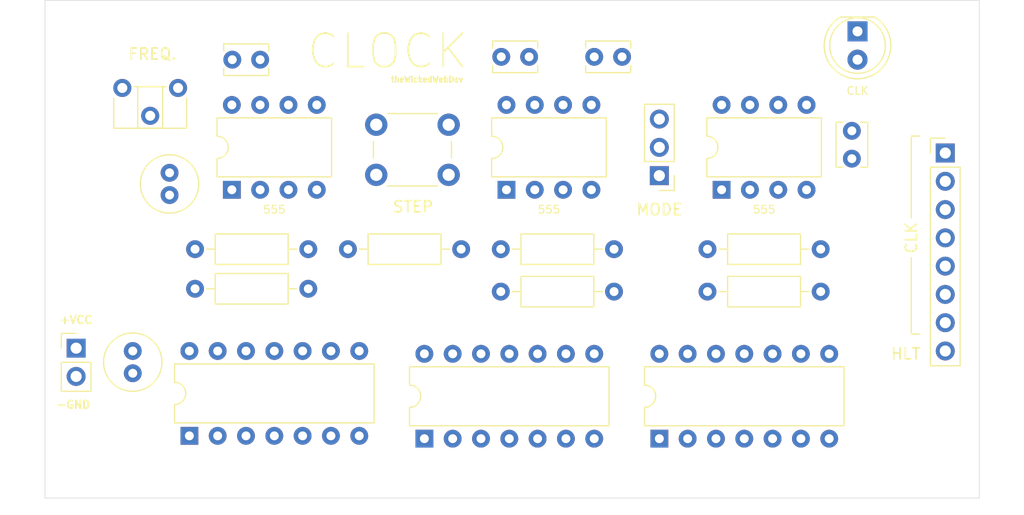
<source format=kicad_pcb>
(kicad_pcb (version 20171130) (host pcbnew "(5.1.9-0-10_14)")

  (general
    (thickness 1.6)
    (drawings 23)
    (tracks 0)
    (zones 0)
    (modules 29)
    (nets 25)
  )

  (page A4)
  (layers
    (0 F.Cu signal)
    (31 B.Cu signal)
    (32 B.Adhes user)
    (33 F.Adhes user)
    (34 B.Paste user)
    (35 F.Paste user)
    (36 B.SilkS user)
    (37 F.SilkS user)
    (38 B.Mask user)
    (39 F.Mask user)
    (40 Dwgs.User user)
    (41 Cmts.User user)
    (42 Eco1.User user)
    (43 Eco2.User user)
    (44 Edge.Cuts user)
    (45 Margin user)
    (46 B.CrtYd user)
    (47 F.CrtYd user)
    (48 B.Fab user)
    (49 F.Fab user)
  )

  (setup
    (last_trace_width 0.25)
    (user_trace_width 0.5)
    (user_trace_width 0.7)
    (user_trace_width 1)
    (trace_clearance 0.2)
    (zone_clearance 0.508)
    (zone_45_only no)
    (trace_min 0.2)
    (via_size 0.8)
    (via_drill 0.4)
    (via_min_size 0.4)
    (via_min_drill 0.3)
    (uvia_size 0.3)
    (uvia_drill 0.1)
    (uvias_allowed no)
    (uvia_min_size 0.2)
    (uvia_min_drill 0.1)
    (edge_width 0.05)
    (segment_width 0.2)
    (pcb_text_width 0.3)
    (pcb_text_size 1.5 1.5)
    (mod_edge_width 0.12)
    (mod_text_size 1 1)
    (mod_text_width 0.15)
    (pad_size 1.524 1.524)
    (pad_drill 0.762)
    (pad_to_mask_clearance 0)
    (aux_axis_origin 0 0)
    (grid_origin 118.8593 96.2152)
    (visible_elements FFFFFF7F)
    (pcbplotparams
      (layerselection 0x010fc_ffffffff)
      (usegerberextensions false)
      (usegerberattributes true)
      (usegerberadvancedattributes true)
      (creategerberjobfile true)
      (excludeedgelayer true)
      (linewidth 0.100000)
      (plotframeref false)
      (viasonmask false)
      (mode 1)
      (useauxorigin false)
      (hpglpennumber 1)
      (hpglpenspeed 20)
      (hpglpendiameter 15.000000)
      (psnegative false)
      (psa4output false)
      (plotreference true)
      (plotvalue true)
      (plotinvisibletext false)
      (padsonsilk false)
      (subtractmaskfromsilk false)
      (outputformat 1)
      (mirror false)
      (drillshape 0)
      (scaleselection 1)
      (outputdirectory "gerber"))
  )

  (net 0 "")
  (net 1 "Net-(C2-Pad1)")
  (net 2 "Net-(R1-Pad2)")
  (net 3 "Net-(R2-Pad1)")
  (net 4 GND)
  (net 5 VCC)
  (net 6 "Net-(U3-Pad7)")
  (net 7 "Net-(U3-Pad5)")
  (net 8 "Net-(U3-Pad3)")
  (net 9 "Net-(U4-Pad4)")
  (net 10 "Net-(U4-Pad2)")
  (net 11 "Net-(C3-Pad1)")
  (net 12 "Net-(RV1-Pad3)")
  (net 13 "Net-(C4-Pad1)")
  (net 14 "Net-(C5-Pad1)")
  (net 15 "Net-(C6-Pad1)")
  (net 16 "Net-(D3-Pad1)")
  (net 17 "Net-(R3-Pad2)")
  (net 18 "Net-(R7-Pad2)")
  (net 19 /CLK)
  (net 20 /HLT)
  (net 21 "Net-(U1-Pad3)")
  (net 22 "Net-(U5-Pad6)")
  (net 23 "Net-(U5-Pad3)")
  (net 24 "Net-(U5-Pad9)")

  (net_class Default "This is the default net class."
    (clearance 0.2)
    (trace_width 0.25)
    (via_dia 0.8)
    (via_drill 0.4)
    (uvia_dia 0.3)
    (uvia_drill 0.1)
    (add_net /CLK)
    (add_net /HLT)
    (add_net GND)
    (add_net "Net-(C2-Pad1)")
    (add_net "Net-(C3-Pad1)")
    (add_net "Net-(C4-Pad1)")
    (add_net "Net-(C5-Pad1)")
    (add_net "Net-(C6-Pad1)")
    (add_net "Net-(D3-Pad1)")
    (add_net "Net-(R1-Pad2)")
    (add_net "Net-(R2-Pad1)")
    (add_net "Net-(R3-Pad2)")
    (add_net "Net-(R7-Pad2)")
    (add_net "Net-(RV1-Pad3)")
    (add_net "Net-(U1-Pad3)")
    (add_net "Net-(U3-Pad3)")
    (add_net "Net-(U3-Pad5)")
    (add_net "Net-(U3-Pad7)")
    (add_net "Net-(U4-Pad2)")
    (add_net "Net-(U4-Pad4)")
    (add_net "Net-(U5-Pad3)")
    (add_net "Net-(U5-Pad6)")
    (add_net "Net-(U5-Pad9)")
    (add_net VCC)
  )

  (module MountingHole:MountingHole_3mm (layer F.Cu) (tedit 56D1B4CB) (tstamp 60981EC2)
    (at 164.5793 86.0552)
    (descr "Mounting Hole 3mm, no annular")
    (tags "mounting hole 3mm no annular")
    (attr virtual)
    (fp_text reference REF** (at 0 -4) (layer F.SilkS) hide
      (effects (font (size 1 1) (thickness 0.15)))
    )
    (fp_text value MountingHole_3mm (at 0 4) (layer F.Fab)
      (effects (font (size 1 1) (thickness 0.15)))
    )
    (fp_text user %R (at 0.3 0) (layer F.Fab)
      (effects (font (size 1 1) (thickness 0.15)))
    )
    (fp_circle (center 0 0) (end 3 0) (layer Cmts.User) (width 0.15))
    (fp_circle (center 0 0) (end 3.25 0) (layer F.CrtYd) (width 0.05))
    (pad 1 np_thru_hole circle (at 0 0) (size 3 3) (drill 3) (layers *.Cu *.Mask))
  )

  (module MountingHole:MountingHole_3mm (layer F.Cu) (tedit 56D1B4CB) (tstamp 60981EBB)
    (at 164.5793 47.9552)
    (descr "Mounting Hole 3mm, no annular")
    (tags "mounting hole 3mm no annular")
    (attr virtual)
    (fp_text reference REF** (at 0 -4) (layer F.SilkS) hide
      (effects (font (size 1 1) (thickness 0.15)))
    )
    (fp_text value MountingHole_3mm (at 0 4) (layer F.Fab)
      (effects (font (size 1 1) (thickness 0.15)))
    )
    (fp_circle (center 0 0) (end 3.25 0) (layer F.CrtYd) (width 0.05))
    (fp_circle (center 0 0) (end 3 0) (layer Cmts.User) (width 0.15))
    (fp_text user %R (at 0.3 0) (layer F.Fab)
      (effects (font (size 1 1) (thickness 0.15)))
    )
    (pad 1 np_thru_hole circle (at 0 0) (size 3 3) (drill 3) (layers *.Cu *.Mask))
  )

  (module MountingHole:MountingHole_3mm (layer F.Cu) (tedit 56D1B4CB) (tstamp 60981EAA)
    (at 87.3633 86.0552)
    (descr "Mounting Hole 3mm, no annular")
    (tags "mounting hole 3mm no annular")
    (attr virtual)
    (fp_text reference REF** (at 0 -4) (layer F.SilkS) hide
      (effects (font (size 1 1) (thickness 0.15)))
    )
    (fp_text value MountingHole_3mm (at 0 4) (layer F.Fab)
      (effects (font (size 1 1) (thickness 0.15)))
    )
    (fp_circle (center 0 0) (end 3.25 0) (layer F.CrtYd) (width 0.05))
    (fp_circle (center 0 0) (end 3 0) (layer Cmts.User) (width 0.15))
    (fp_text user %R (at 0.3 0) (layer F.Fab)
      (effects (font (size 1 1) (thickness 0.15)))
    )
    (pad 1 np_thru_hole circle (at 0 0) (size 3 3) (drill 3) (layers *.Cu *.Mask))
  )

  (module MountingHole:MountingHole_3mm (layer F.Cu) (tedit 56D1B4CB) (tstamp 60981EA0)
    (at 87.3633 47.9552)
    (descr "Mounting Hole 3mm, no annular")
    (tags "mounting hole 3mm no annular")
    (attr virtual)
    (fp_text reference REF** (at 0 -4) (layer F.SilkS) hide
      (effects (font (size 1 1) (thickness 0.15)))
    )
    (fp_text value MountingHole_3mm (at 0 4) (layer F.Fab)
      (effects (font (size 1 1) (thickness 0.15)))
    )
    (fp_text user %R (at 0.3 0) (layer F.Fab)
      (effects (font (size 1 1) (thickness 0.15)))
    )
    (fp_circle (center 0 0) (end 3 0) (layer Cmts.User) (width 0.15))
    (fp_circle (center 0 0) (end 3.25 0) (layer F.CrtYd) (width 0.05))
    (pad 1 np_thru_hole circle (at 0 0) (size 3 3) (drill 3) (layers *.Cu *.Mask))
  )

  (module Connector_PinHeader_2.54mm:PinHeader_1x08_P2.54mm_Vertical (layer F.Cu) (tedit 59FED5CC) (tstamp 6097E7F8)
    (at 164.8333 58.3692)
    (descr "Through hole straight pin header, 1x08, 2.54mm pitch, single row")
    (tags "Through hole pin header THT 1x08 2.54mm single row")
    (path /64D359D2)
    (fp_text reference J3 (at 0 -2.33) (layer F.SilkS) hide
      (effects (font (size 1 1) (thickness 0.15)))
    )
    (fp_text value Conn_01x08 (at 0 20.11) (layer F.Fab)
      (effects (font (size 1 1) (thickness 0.15)))
    )
    (fp_text user %R (at 0 8.89 90) (layer F.Fab)
      (effects (font (size 1 1) (thickness 0.15)))
    )
    (fp_line (start -0.635 -1.27) (end 1.27 -1.27) (layer F.Fab) (width 0.1))
    (fp_line (start 1.27 -1.27) (end 1.27 19.05) (layer F.Fab) (width 0.1))
    (fp_line (start 1.27 19.05) (end -1.27 19.05) (layer F.Fab) (width 0.1))
    (fp_line (start -1.27 19.05) (end -1.27 -0.635) (layer F.Fab) (width 0.1))
    (fp_line (start -1.27 -0.635) (end -0.635 -1.27) (layer F.Fab) (width 0.1))
    (fp_line (start -1.33 19.11) (end 1.33 19.11) (layer F.SilkS) (width 0.12))
    (fp_line (start -1.33 1.27) (end -1.33 19.11) (layer F.SilkS) (width 0.12))
    (fp_line (start 1.33 1.27) (end 1.33 19.11) (layer F.SilkS) (width 0.12))
    (fp_line (start -1.33 1.27) (end 1.33 1.27) (layer F.SilkS) (width 0.12))
    (fp_line (start -1.33 0) (end -1.33 -1.33) (layer F.SilkS) (width 0.12))
    (fp_line (start -1.33 -1.33) (end 0 -1.33) (layer F.SilkS) (width 0.12))
    (fp_line (start -1.8 -1.8) (end -1.8 19.55) (layer F.CrtYd) (width 0.05))
    (fp_line (start -1.8 19.55) (end 1.8 19.55) (layer F.CrtYd) (width 0.05))
    (fp_line (start 1.8 19.55) (end 1.8 -1.8) (layer F.CrtYd) (width 0.05))
    (fp_line (start 1.8 -1.8) (end -1.8 -1.8) (layer F.CrtYd) (width 0.05))
    (pad 8 thru_hole oval (at 0 17.78) (size 1.7 1.7) (drill 1) (layers *.Cu *.Mask)
      (net 20 /HLT))
    (pad 7 thru_hole oval (at 0 15.24) (size 1.7 1.7) (drill 1) (layers *.Cu *.Mask)
      (net 19 /CLK))
    (pad 6 thru_hole oval (at 0 12.7) (size 1.7 1.7) (drill 1) (layers *.Cu *.Mask)
      (net 19 /CLK))
    (pad 5 thru_hole oval (at 0 10.16) (size 1.7 1.7) (drill 1) (layers *.Cu *.Mask)
      (net 19 /CLK))
    (pad 4 thru_hole oval (at 0 7.62) (size 1.7 1.7) (drill 1) (layers *.Cu *.Mask)
      (net 19 /CLK))
    (pad 3 thru_hole oval (at 0 5.08) (size 1.7 1.7) (drill 1) (layers *.Cu *.Mask)
      (net 19 /CLK))
    (pad 2 thru_hole oval (at 0 2.54) (size 1.7 1.7) (drill 1) (layers *.Cu *.Mask)
      (net 19 /CLK))
    (pad 1 thru_hole rect (at 0 0) (size 1.7 1.7) (drill 1) (layers *.Cu *.Mask)
      (net 19 /CLK))
    (model ${KISYS3DMOD}/Connector_PinHeader_2.54mm.3dshapes/PinHeader_1x08_P2.54mm_Vertical.wrl
      (at (xyz 0 0 0))
      (scale (xyz 1 1 1))
      (rotate (xyz 0 0 0))
    )
  )

  (module Package_DIP:DIP-14_W7.62mm (layer F.Cu) (tedit 5A02E8C5) (tstamp 6097E9A5)
    (at 139.1793 84.0232 90)
    (descr "14-lead though-hole mounted DIP package, row spacing 7.62 mm (300 mils)")
    (tags "THT DIP DIL PDIP 2.54mm 7.62mm 300mil")
    (path /76CBEF23)
    (fp_text reference U6 (at 3.81 -2.33 90) (layer F.SilkS) hide
      (effects (font (size 1 1) (thickness 0.15)))
    )
    (fp_text value 74LS32 (at 3.81 17.57 90) (layer F.Fab)
      (effects (font (size 1 1) (thickness 0.15)))
    )
    (fp_text user %R (at 3.81 7.62 90) (layer F.Fab)
      (effects (font (size 1 1) (thickness 0.15)))
    )
    (fp_arc (start 3.81 -1.33) (end 2.81 -1.33) (angle -180) (layer F.SilkS) (width 0.12))
    (fp_line (start 1.635 -1.27) (end 6.985 -1.27) (layer F.Fab) (width 0.1))
    (fp_line (start 6.985 -1.27) (end 6.985 16.51) (layer F.Fab) (width 0.1))
    (fp_line (start 6.985 16.51) (end 0.635 16.51) (layer F.Fab) (width 0.1))
    (fp_line (start 0.635 16.51) (end 0.635 -0.27) (layer F.Fab) (width 0.1))
    (fp_line (start 0.635 -0.27) (end 1.635 -1.27) (layer F.Fab) (width 0.1))
    (fp_line (start 2.81 -1.33) (end 1.16 -1.33) (layer F.SilkS) (width 0.12))
    (fp_line (start 1.16 -1.33) (end 1.16 16.57) (layer F.SilkS) (width 0.12))
    (fp_line (start 1.16 16.57) (end 6.46 16.57) (layer F.SilkS) (width 0.12))
    (fp_line (start 6.46 16.57) (end 6.46 -1.33) (layer F.SilkS) (width 0.12))
    (fp_line (start 6.46 -1.33) (end 4.81 -1.33) (layer F.SilkS) (width 0.12))
    (fp_line (start -1.1 -1.55) (end -1.1 16.8) (layer F.CrtYd) (width 0.05))
    (fp_line (start -1.1 16.8) (end 8.7 16.8) (layer F.CrtYd) (width 0.05))
    (fp_line (start 8.7 16.8) (end 8.7 -1.55) (layer F.CrtYd) (width 0.05))
    (fp_line (start 8.7 -1.55) (end -1.1 -1.55) (layer F.CrtYd) (width 0.05))
    (pad 14 thru_hole oval (at 7.62 0 90) (size 1.6 1.6) (drill 0.8) (layers *.Cu *.Mask)
      (net 5 VCC))
    (pad 7 thru_hole oval (at 0 15.24 90) (size 1.6 1.6) (drill 0.8) (layers *.Cu *.Mask)
      (net 4 GND))
    (pad 13 thru_hole oval (at 7.62 2.54 90) (size 1.6 1.6) (drill 0.8) (layers *.Cu *.Mask))
    (pad 6 thru_hole oval (at 0 12.7 90) (size 1.6 1.6) (drill 0.8) (layers *.Cu *.Mask))
    (pad 12 thru_hole oval (at 7.62 5.08 90) (size 1.6 1.6) (drill 0.8) (layers *.Cu *.Mask))
    (pad 5 thru_hole oval (at 0 10.16 90) (size 1.6 1.6) (drill 0.8) (layers *.Cu *.Mask))
    (pad 11 thru_hole oval (at 7.62 7.62 90) (size 1.6 1.6) (drill 0.8) (layers *.Cu *.Mask))
    (pad 4 thru_hole oval (at 0 7.62 90) (size 1.6 1.6) (drill 0.8) (layers *.Cu *.Mask))
    (pad 10 thru_hole oval (at 7.62 10.16 90) (size 1.6 1.6) (drill 0.8) (layers *.Cu *.Mask))
    (pad 3 thru_hole oval (at 0 5.08 90) (size 1.6 1.6) (drill 0.8) (layers *.Cu *.Mask)
      (net 24 "Net-(U5-Pad9)"))
    (pad 9 thru_hole oval (at 7.62 12.7 90) (size 1.6 1.6) (drill 0.8) (layers *.Cu *.Mask))
    (pad 2 thru_hole oval (at 0 2.54 90) (size 1.6 1.6) (drill 0.8) (layers *.Cu *.Mask)
      (net 22 "Net-(U5-Pad6)"))
    (pad 8 thru_hole oval (at 7.62 15.24 90) (size 1.6 1.6) (drill 0.8) (layers *.Cu *.Mask))
    (pad 1 thru_hole rect (at 0 0 90) (size 1.6 1.6) (drill 0.8) (layers *.Cu *.Mask)
      (net 23 "Net-(U5-Pad3)"))
    (model ${KISYS3DMOD}/Package_DIP.3dshapes/DIP-14_W7.62mm.wrl
      (at (xyz 0 0 0))
      (scale (xyz 1 1 1))
      (rotate (xyz 0 0 0))
    )
  )

  (module Package_DIP:DIP-14_W7.62mm (layer F.Cu) (tedit 5A02E8C5) (tstamp 6097E983)
    (at 118.0973 84.0232 90)
    (descr "14-lead though-hole mounted DIP package, row spacing 7.62 mm (300 mils)")
    (tags "THT DIP DIL PDIP 2.54mm 7.62mm 300mil")
    (path /76CB6799)
    (fp_text reference U5 (at 3.81 -2.33 90) (layer F.SilkS) hide
      (effects (font (size 1 1) (thickness 0.15)))
    )
    (fp_text value 74LS08 (at 3.81 17.57 90) (layer F.Fab)
      (effects (font (size 1 1) (thickness 0.15)))
    )
    (fp_text user %R (at 3.81 7.62 90) (layer F.Fab)
      (effects (font (size 1 1) (thickness 0.15)))
    )
    (fp_arc (start 3.81 -1.33) (end 2.81 -1.33) (angle -180) (layer F.SilkS) (width 0.12))
    (fp_line (start 1.635 -1.27) (end 6.985 -1.27) (layer F.Fab) (width 0.1))
    (fp_line (start 6.985 -1.27) (end 6.985 16.51) (layer F.Fab) (width 0.1))
    (fp_line (start 6.985 16.51) (end 0.635 16.51) (layer F.Fab) (width 0.1))
    (fp_line (start 0.635 16.51) (end 0.635 -0.27) (layer F.Fab) (width 0.1))
    (fp_line (start 0.635 -0.27) (end 1.635 -1.27) (layer F.Fab) (width 0.1))
    (fp_line (start 2.81 -1.33) (end 1.16 -1.33) (layer F.SilkS) (width 0.12))
    (fp_line (start 1.16 -1.33) (end 1.16 16.57) (layer F.SilkS) (width 0.12))
    (fp_line (start 1.16 16.57) (end 6.46 16.57) (layer F.SilkS) (width 0.12))
    (fp_line (start 6.46 16.57) (end 6.46 -1.33) (layer F.SilkS) (width 0.12))
    (fp_line (start 6.46 -1.33) (end 4.81 -1.33) (layer F.SilkS) (width 0.12))
    (fp_line (start -1.1 -1.55) (end -1.1 16.8) (layer F.CrtYd) (width 0.05))
    (fp_line (start -1.1 16.8) (end 8.7 16.8) (layer F.CrtYd) (width 0.05))
    (fp_line (start 8.7 16.8) (end 8.7 -1.55) (layer F.CrtYd) (width 0.05))
    (fp_line (start 8.7 -1.55) (end -1.1 -1.55) (layer F.CrtYd) (width 0.05))
    (pad 14 thru_hole oval (at 7.62 0 90) (size 1.6 1.6) (drill 0.8) (layers *.Cu *.Mask)
      (net 5 VCC))
    (pad 7 thru_hole oval (at 0 15.24 90) (size 1.6 1.6) (drill 0.8) (layers *.Cu *.Mask)
      (net 4 GND))
    (pad 13 thru_hole oval (at 7.62 2.54 90) (size 1.6 1.6) (drill 0.8) (layers *.Cu *.Mask))
    (pad 6 thru_hole oval (at 0 12.7 90) (size 1.6 1.6) (drill 0.8) (layers *.Cu *.Mask)
      (net 22 "Net-(U5-Pad6)"))
    (pad 12 thru_hole oval (at 7.62 5.08 90) (size 1.6 1.6) (drill 0.8) (layers *.Cu *.Mask))
    (pad 5 thru_hole oval (at 0 10.16 90) (size 1.6 1.6) (drill 0.8) (layers *.Cu *.Mask)
      (net 14 "Net-(C5-Pad1)"))
    (pad 11 thru_hole oval (at 7.62 7.62 90) (size 1.6 1.6) (drill 0.8) (layers *.Cu *.Mask))
    (pad 4 thru_hole oval (at 0 7.62 90) (size 1.6 1.6) (drill 0.8) (layers *.Cu *.Mask)
      (net 9 "Net-(U4-Pad4)"))
    (pad 10 thru_hole oval (at 7.62 10.16 90) (size 1.6 1.6) (drill 0.8) (layers *.Cu *.Mask)
      (net 10 "Net-(U4-Pad2)"))
    (pad 3 thru_hole oval (at 0 5.08 90) (size 1.6 1.6) (drill 0.8) (layers *.Cu *.Mask)
      (net 23 "Net-(U5-Pad3)"))
    (pad 9 thru_hole oval (at 7.62 12.7 90) (size 1.6 1.6) (drill 0.8) (layers *.Cu *.Mask)
      (net 24 "Net-(U5-Pad9)"))
    (pad 2 thru_hole oval (at 0 2.54 90) (size 1.6 1.6) (drill 0.8) (layers *.Cu *.Mask)
      (net 8 "Net-(U3-Pad3)"))
    (pad 8 thru_hole oval (at 7.62 15.24 90) (size 1.6 1.6) (drill 0.8) (layers *.Cu *.Mask)
      (net 19 /CLK))
    (pad 1 thru_hole rect (at 0 0 90) (size 1.6 1.6) (drill 0.8) (layers *.Cu *.Mask)
      (net 21 "Net-(U1-Pad3)"))
    (model ${KISYS3DMOD}/Package_DIP.3dshapes/DIP-14_W7.62mm.wrl
      (at (xyz 0 0 0))
      (scale (xyz 1 1 1))
      (rotate (xyz 0 0 0))
    )
  )

  (module Package_DIP:DIP-14_W7.62mm (layer F.Cu) (tedit 5A02E8C5) (tstamp 6097E961)
    (at 97.0153 83.7692 90)
    (descr "14-lead though-hole mounted DIP package, row spacing 7.62 mm (300 mils)")
    (tags "THT DIP DIL PDIP 2.54mm 7.62mm 300mil")
    (path /76CC3932)
    (fp_text reference U4 (at 3.81 -2.33 90) (layer F.SilkS) hide
      (effects (font (size 1 1) (thickness 0.15)))
    )
    (fp_text value 74LS04 (at 3.81 17.57 90) (layer F.Fab)
      (effects (font (size 1 1) (thickness 0.15)))
    )
    (fp_text user %R (at 3.81 7.62 90) (layer F.Fab)
      (effects (font (size 1 1) (thickness 0.15)))
    )
    (fp_arc (start 3.81 -1.33) (end 2.81 -1.33) (angle -180) (layer F.SilkS) (width 0.12))
    (fp_line (start 1.635 -1.27) (end 6.985 -1.27) (layer F.Fab) (width 0.1))
    (fp_line (start 6.985 -1.27) (end 6.985 16.51) (layer F.Fab) (width 0.1))
    (fp_line (start 6.985 16.51) (end 0.635 16.51) (layer F.Fab) (width 0.1))
    (fp_line (start 0.635 16.51) (end 0.635 -0.27) (layer F.Fab) (width 0.1))
    (fp_line (start 0.635 -0.27) (end 1.635 -1.27) (layer F.Fab) (width 0.1))
    (fp_line (start 2.81 -1.33) (end 1.16 -1.33) (layer F.SilkS) (width 0.12))
    (fp_line (start 1.16 -1.33) (end 1.16 16.57) (layer F.SilkS) (width 0.12))
    (fp_line (start 1.16 16.57) (end 6.46 16.57) (layer F.SilkS) (width 0.12))
    (fp_line (start 6.46 16.57) (end 6.46 -1.33) (layer F.SilkS) (width 0.12))
    (fp_line (start 6.46 -1.33) (end 4.81 -1.33) (layer F.SilkS) (width 0.12))
    (fp_line (start -1.1 -1.55) (end -1.1 16.8) (layer F.CrtYd) (width 0.05))
    (fp_line (start -1.1 16.8) (end 8.7 16.8) (layer F.CrtYd) (width 0.05))
    (fp_line (start 8.7 16.8) (end 8.7 -1.55) (layer F.CrtYd) (width 0.05))
    (fp_line (start 8.7 -1.55) (end -1.1 -1.55) (layer F.CrtYd) (width 0.05))
    (pad 14 thru_hole oval (at 7.62 0 90) (size 1.6 1.6) (drill 0.8) (layers *.Cu *.Mask)
      (net 5 VCC))
    (pad 7 thru_hole oval (at 0 15.24 90) (size 1.6 1.6) (drill 0.8) (layers *.Cu *.Mask)
      (net 4 GND))
    (pad 13 thru_hole oval (at 7.62 2.54 90) (size 1.6 1.6) (drill 0.8) (layers *.Cu *.Mask))
    (pad 6 thru_hole oval (at 0 12.7 90) (size 1.6 1.6) (drill 0.8) (layers *.Cu *.Mask))
    (pad 12 thru_hole oval (at 7.62 5.08 90) (size 1.6 1.6) (drill 0.8) (layers *.Cu *.Mask))
    (pad 5 thru_hole oval (at 0 10.16 90) (size 1.6 1.6) (drill 0.8) (layers *.Cu *.Mask))
    (pad 11 thru_hole oval (at 7.62 7.62 90) (size 1.6 1.6) (drill 0.8) (layers *.Cu *.Mask))
    (pad 4 thru_hole oval (at 0 7.62 90) (size 1.6 1.6) (drill 0.8) (layers *.Cu *.Mask)
      (net 9 "Net-(U4-Pad4)"))
    (pad 10 thru_hole oval (at 7.62 10.16 90) (size 1.6 1.6) (drill 0.8) (layers *.Cu *.Mask))
    (pad 3 thru_hole oval (at 0 5.08 90) (size 1.6 1.6) (drill 0.8) (layers *.Cu *.Mask)
      (net 8 "Net-(U3-Pad3)"))
    (pad 9 thru_hole oval (at 7.62 12.7 90) (size 1.6 1.6) (drill 0.8) (layers *.Cu *.Mask))
    (pad 2 thru_hole oval (at 0 2.54 90) (size 1.6 1.6) (drill 0.8) (layers *.Cu *.Mask)
      (net 10 "Net-(U4-Pad2)"))
    (pad 8 thru_hole oval (at 7.62 15.24 90) (size 1.6 1.6) (drill 0.8) (layers *.Cu *.Mask))
    (pad 1 thru_hole rect (at 0 0 90) (size 1.6 1.6) (drill 0.8) (layers *.Cu *.Mask)
      (net 20 /HLT))
    (model ${KISYS3DMOD}/Package_DIP.3dshapes/DIP-14_W7.62mm.wrl
      (at (xyz 0 0 0))
      (scale (xyz 1 1 1))
      (rotate (xyz 0 0 0))
    )
  )

  (module Package_DIP:DIP-8_W7.62mm (layer F.Cu) (tedit 5A02E8C5) (tstamp 6097E93F)
    (at 144.7673 61.6712 90)
    (descr "8-lead though-hole mounted DIP package, row spacing 7.62 mm (300 mils)")
    (tags "THT DIP DIL PDIP 2.54mm 7.62mm 300mil")
    (path /76C5B76E)
    (fp_text reference U3 (at 3.81 -2.33 90) (layer F.SilkS) hide
      (effects (font (size 1 1) (thickness 0.15)))
    )
    (fp_text value NE555P (at 3.81 9.95 90) (layer F.Fab)
      (effects (font (size 1 1) (thickness 0.15)))
    )
    (fp_text user %R (at 3.81 3.81 90) (layer F.Fab)
      (effects (font (size 1 1) (thickness 0.15)))
    )
    (fp_arc (start 3.81 -1.33) (end 2.81 -1.33) (angle -180) (layer F.SilkS) (width 0.12))
    (fp_line (start 1.635 -1.27) (end 6.985 -1.27) (layer F.Fab) (width 0.1))
    (fp_line (start 6.985 -1.27) (end 6.985 8.89) (layer F.Fab) (width 0.1))
    (fp_line (start 6.985 8.89) (end 0.635 8.89) (layer F.Fab) (width 0.1))
    (fp_line (start 0.635 8.89) (end 0.635 -0.27) (layer F.Fab) (width 0.1))
    (fp_line (start 0.635 -0.27) (end 1.635 -1.27) (layer F.Fab) (width 0.1))
    (fp_line (start 2.81 -1.33) (end 1.16 -1.33) (layer F.SilkS) (width 0.12))
    (fp_line (start 1.16 -1.33) (end 1.16 8.95) (layer F.SilkS) (width 0.12))
    (fp_line (start 1.16 8.95) (end 6.46 8.95) (layer F.SilkS) (width 0.12))
    (fp_line (start 6.46 8.95) (end 6.46 -1.33) (layer F.SilkS) (width 0.12))
    (fp_line (start 6.46 -1.33) (end 4.81 -1.33) (layer F.SilkS) (width 0.12))
    (fp_line (start -1.1 -1.55) (end -1.1 9.15) (layer F.CrtYd) (width 0.05))
    (fp_line (start -1.1 9.15) (end 8.7 9.15) (layer F.CrtYd) (width 0.05))
    (fp_line (start 8.7 9.15) (end 8.7 -1.55) (layer F.CrtYd) (width 0.05))
    (fp_line (start 8.7 -1.55) (end -1.1 -1.55) (layer F.CrtYd) (width 0.05))
    (pad 8 thru_hole oval (at 7.62 0 90) (size 1.6 1.6) (drill 0.8) (layers *.Cu *.Mask)
      (net 5 VCC))
    (pad 4 thru_hole oval (at 0 7.62 90) (size 1.6 1.6) (drill 0.8) (layers *.Cu *.Mask)
      (net 15 "Net-(C6-Pad1)"))
    (pad 7 thru_hole oval (at 7.62 2.54 90) (size 1.6 1.6) (drill 0.8) (layers *.Cu *.Mask)
      (net 6 "Net-(U3-Pad7)"))
    (pad 3 thru_hole oval (at 0 5.08 90) (size 1.6 1.6) (drill 0.8) (layers *.Cu *.Mask)
      (net 8 "Net-(U3-Pad3)"))
    (pad 6 thru_hole oval (at 7.62 5.08 90) (size 1.6 1.6) (drill 0.8) (layers *.Cu *.Mask)
      (net 4 GND))
    (pad 2 thru_hole oval (at 0 2.54 90) (size 1.6 1.6) (drill 0.8) (layers *.Cu *.Mask)
      (net 18 "Net-(R7-Pad2)"))
    (pad 5 thru_hole oval (at 7.62 7.62 90) (size 1.6 1.6) (drill 0.8) (layers *.Cu *.Mask)
      (net 7 "Net-(U3-Pad5)"))
    (pad 1 thru_hole rect (at 0 0 90) (size 1.6 1.6) (drill 0.8) (layers *.Cu *.Mask)
      (net 4 GND))
    (model ${KISYS3DMOD}/Package_DIP.3dshapes/DIP-8_W7.62mm.wrl
      (at (xyz 0 0 0))
      (scale (xyz 1 1 1))
      (rotate (xyz 0 0 0))
    )
  )

  (module Package_DIP:DIP-8_W7.62mm (layer F.Cu) (tedit 5A02E8C5) (tstamp 6097E923)
    (at 125.4633 61.6712 90)
    (descr "8-lead though-hole mounted DIP package, row spacing 7.62 mm (300 mils)")
    (tags "THT DIP DIL PDIP 2.54mm 7.62mm 300mil")
    (path /76C5A0CA)
    (fp_text reference U2 (at 3.81 -2.33 90) (layer F.SilkS) hide
      (effects (font (size 1 1) (thickness 0.15)))
    )
    (fp_text value NE555P (at 3.81 9.95 90) (layer F.Fab)
      (effects (font (size 1 1) (thickness 0.15)))
    )
    (fp_text user %R (at 3.81 3.81 90) (layer F.Fab)
      (effects (font (size 1 1) (thickness 0.15)))
    )
    (fp_arc (start 3.81 -1.33) (end 2.81 -1.33) (angle -180) (layer F.SilkS) (width 0.12))
    (fp_line (start 1.635 -1.27) (end 6.985 -1.27) (layer F.Fab) (width 0.1))
    (fp_line (start 6.985 -1.27) (end 6.985 8.89) (layer F.Fab) (width 0.1))
    (fp_line (start 6.985 8.89) (end 0.635 8.89) (layer F.Fab) (width 0.1))
    (fp_line (start 0.635 8.89) (end 0.635 -0.27) (layer F.Fab) (width 0.1))
    (fp_line (start 0.635 -0.27) (end 1.635 -1.27) (layer F.Fab) (width 0.1))
    (fp_line (start 2.81 -1.33) (end 1.16 -1.33) (layer F.SilkS) (width 0.12))
    (fp_line (start 1.16 -1.33) (end 1.16 8.95) (layer F.SilkS) (width 0.12))
    (fp_line (start 1.16 8.95) (end 6.46 8.95) (layer F.SilkS) (width 0.12))
    (fp_line (start 6.46 8.95) (end 6.46 -1.33) (layer F.SilkS) (width 0.12))
    (fp_line (start 6.46 -1.33) (end 4.81 -1.33) (layer F.SilkS) (width 0.12))
    (fp_line (start -1.1 -1.55) (end -1.1 9.15) (layer F.CrtYd) (width 0.05))
    (fp_line (start -1.1 9.15) (end 8.7 9.15) (layer F.CrtYd) (width 0.05))
    (fp_line (start 8.7 9.15) (end 8.7 -1.55) (layer F.CrtYd) (width 0.05))
    (fp_line (start 8.7 -1.55) (end -1.1 -1.55) (layer F.CrtYd) (width 0.05))
    (pad 8 thru_hole oval (at 7.62 0 90) (size 1.6 1.6) (drill 0.8) (layers *.Cu *.Mask)
      (net 5 VCC))
    (pad 4 thru_hole oval (at 0 7.62 90) (size 1.6 1.6) (drill 0.8) (layers *.Cu *.Mask)
      (net 5 VCC))
    (pad 7 thru_hole oval (at 7.62 2.54 90) (size 1.6 1.6) (drill 0.8) (layers *.Cu *.Mask)
      (net 14 "Net-(C5-Pad1)"))
    (pad 3 thru_hole oval (at 0 5.08 90) (size 1.6 1.6) (drill 0.8) (layers *.Cu *.Mask)
      (net 14 "Net-(C5-Pad1)"))
    (pad 6 thru_hole oval (at 7.62 5.08 90) (size 1.6 1.6) (drill 0.8) (layers *.Cu *.Mask)
      (net 14 "Net-(C5-Pad1)"))
    (pad 2 thru_hole oval (at 0 2.54 90) (size 1.6 1.6) (drill 0.8) (layers *.Cu *.Mask)
      (net 17 "Net-(R3-Pad2)"))
    (pad 5 thru_hole oval (at 7.62 7.62 90) (size 1.6 1.6) (drill 0.8) (layers *.Cu *.Mask)
      (net 13 "Net-(C4-Pad1)"))
    (pad 1 thru_hole rect (at 0 0 90) (size 1.6 1.6) (drill 0.8) (layers *.Cu *.Mask)
      (net 4 GND))
    (model ${KISYS3DMOD}/Package_DIP.3dshapes/DIP-8_W7.62mm.wrl
      (at (xyz 0 0 0))
      (scale (xyz 1 1 1))
      (rotate (xyz 0 0 0))
    )
  )

  (module Package_DIP:DIP-8_W7.62mm (layer F.Cu) (tedit 5A02E8C5) (tstamp 6097E907)
    (at 100.8253 61.6712 90)
    (descr "8-lead though-hole mounted DIP package, row spacing 7.62 mm (300 mils)")
    (tags "THT DIP DIL PDIP 2.54mm 7.62mm 300mil")
    (path /76C443C4)
    (fp_text reference U1 (at 3.81 -2.33 90) (layer F.SilkS) hide
      (effects (font (size 1 1) (thickness 0.15)))
    )
    (fp_text value NE555P (at 3.81 9.95 90) (layer F.Fab)
      (effects (font (size 1 1) (thickness 0.15)))
    )
    (fp_text user %R (at 3.81 3.81 90) (layer F.Fab)
      (effects (font (size 1 1) (thickness 0.15)))
    )
    (fp_arc (start 3.81 -1.33) (end 2.81 -1.33) (angle -180) (layer F.SilkS) (width 0.12))
    (fp_line (start 1.635 -1.27) (end 6.985 -1.27) (layer F.Fab) (width 0.1))
    (fp_line (start 6.985 -1.27) (end 6.985 8.89) (layer F.Fab) (width 0.1))
    (fp_line (start 6.985 8.89) (end 0.635 8.89) (layer F.Fab) (width 0.1))
    (fp_line (start 0.635 8.89) (end 0.635 -0.27) (layer F.Fab) (width 0.1))
    (fp_line (start 0.635 -0.27) (end 1.635 -1.27) (layer F.Fab) (width 0.1))
    (fp_line (start 2.81 -1.33) (end 1.16 -1.33) (layer F.SilkS) (width 0.12))
    (fp_line (start 1.16 -1.33) (end 1.16 8.95) (layer F.SilkS) (width 0.12))
    (fp_line (start 1.16 8.95) (end 6.46 8.95) (layer F.SilkS) (width 0.12))
    (fp_line (start 6.46 8.95) (end 6.46 -1.33) (layer F.SilkS) (width 0.12))
    (fp_line (start 6.46 -1.33) (end 4.81 -1.33) (layer F.SilkS) (width 0.12))
    (fp_line (start -1.1 -1.55) (end -1.1 9.15) (layer F.CrtYd) (width 0.05))
    (fp_line (start -1.1 9.15) (end 8.7 9.15) (layer F.CrtYd) (width 0.05))
    (fp_line (start 8.7 9.15) (end 8.7 -1.55) (layer F.CrtYd) (width 0.05))
    (fp_line (start 8.7 -1.55) (end -1.1 -1.55) (layer F.CrtYd) (width 0.05))
    (pad 8 thru_hole oval (at 7.62 0 90) (size 1.6 1.6) (drill 0.8) (layers *.Cu *.Mask)
      (net 5 VCC))
    (pad 4 thru_hole oval (at 0 7.62 90) (size 1.6 1.6) (drill 0.8) (layers *.Cu *.Mask)
      (net 5 VCC))
    (pad 7 thru_hole oval (at 7.62 2.54 90) (size 1.6 1.6) (drill 0.8) (layers *.Cu *.Mask)
      (net 2 "Net-(R1-Pad2)"))
    (pad 3 thru_hole oval (at 0 5.08 90) (size 1.6 1.6) (drill 0.8) (layers *.Cu *.Mask)
      (net 21 "Net-(U1-Pad3)"))
    (pad 6 thru_hole oval (at 7.62 5.08 90) (size 1.6 1.6) (drill 0.8) (layers *.Cu *.Mask)
      (net 11 "Net-(C3-Pad1)"))
    (pad 2 thru_hole oval (at 0 2.54 90) (size 1.6 1.6) (drill 0.8) (layers *.Cu *.Mask)
      (net 11 "Net-(C3-Pad1)"))
    (pad 5 thru_hole oval (at 7.62 7.62 90) (size 1.6 1.6) (drill 0.8) (layers *.Cu *.Mask)
      (net 1 "Net-(C2-Pad1)"))
    (pad 1 thru_hole rect (at 0 0 90) (size 1.6 1.6) (drill 0.8) (layers *.Cu *.Mask)
      (net 4 GND))
    (model ${KISYS3DMOD}/Package_DIP.3dshapes/DIP-8_W7.62mm.wrl
      (at (xyz 0 0 0))
      (scale (xyz 1 1 1))
      (rotate (xyz 0 0 0))
    )
  )

  (module Connector_PinHeader_2.54mm:PinHeader_1x03_P2.54mm_Vertical (layer F.Cu) (tedit 59FED5CC) (tstamp 6097E8EB)
    (at 139.1793 60.4012 180)
    (descr "Through hole straight pin header, 1x03, 2.54mm pitch, single row")
    (tags "Through hole pin header THT 1x03 2.54mm single row")
    (path /76CB0EE8)
    (fp_text reference SW2 (at 0 -2.33) (layer F.SilkS) hide
      (effects (font (size 1 1) (thickness 0.15)))
    )
    (fp_text value SW_SPDT (at 0 7.41) (layer F.Fab)
      (effects (font (size 1 1) (thickness 0.15)))
    )
    (fp_text user %R (at 0 2.54 90) (layer F.Fab)
      (effects (font (size 1 1) (thickness 0.15)))
    )
    (fp_line (start -0.635 -1.27) (end 1.27 -1.27) (layer F.Fab) (width 0.1))
    (fp_line (start 1.27 -1.27) (end 1.27 6.35) (layer F.Fab) (width 0.1))
    (fp_line (start 1.27 6.35) (end -1.27 6.35) (layer F.Fab) (width 0.1))
    (fp_line (start -1.27 6.35) (end -1.27 -0.635) (layer F.Fab) (width 0.1))
    (fp_line (start -1.27 -0.635) (end -0.635 -1.27) (layer F.Fab) (width 0.1))
    (fp_line (start -1.33 6.41) (end 1.33 6.41) (layer F.SilkS) (width 0.12))
    (fp_line (start -1.33 1.27) (end -1.33 6.41) (layer F.SilkS) (width 0.12))
    (fp_line (start 1.33 1.27) (end 1.33 6.41) (layer F.SilkS) (width 0.12))
    (fp_line (start -1.33 1.27) (end 1.33 1.27) (layer F.SilkS) (width 0.12))
    (fp_line (start -1.33 0) (end -1.33 -1.33) (layer F.SilkS) (width 0.12))
    (fp_line (start -1.33 -1.33) (end 0 -1.33) (layer F.SilkS) (width 0.12))
    (fp_line (start -1.8 -1.8) (end -1.8 6.85) (layer F.CrtYd) (width 0.05))
    (fp_line (start -1.8 6.85) (end 1.8 6.85) (layer F.CrtYd) (width 0.05))
    (fp_line (start 1.8 6.85) (end 1.8 -1.8) (layer F.CrtYd) (width 0.05))
    (fp_line (start 1.8 -1.8) (end -1.8 -1.8) (layer F.CrtYd) (width 0.05))
    (pad 3 thru_hole oval (at 0 5.08 180) (size 1.7 1.7) (drill 1) (layers *.Cu *.Mask)
      (net 15 "Net-(C6-Pad1)"))
    (pad 2 thru_hole oval (at 0 2.54 180) (size 1.7 1.7) (drill 1) (layers *.Cu *.Mask)
      (net 4 GND))
    (pad 1 thru_hole rect (at 0 0 180) (size 1.7 1.7) (drill 1) (layers *.Cu *.Mask)
      (net 18 "Net-(R7-Pad2)"))
    (model ${KISYS3DMOD}/Connector_PinHeader_2.54mm.3dshapes/PinHeader_1x03_P2.54mm_Vertical.wrl
      (at (xyz 0 0 0))
      (scale (xyz 1 1 1))
      (rotate (xyz 0 0 0))
    )
  )

  (module Button_Switch_THT:SW_PUSH_6mm (layer F.Cu) (tedit 5A02FE31) (tstamp 6097E8D4)
    (at 113.7793 55.8292)
    (descr https://www.omron.com/ecb/products/pdf/en-b3f.pdf)
    (tags "tact sw push 6mm")
    (path /76C6227F)
    (fp_text reference SW1 (at 3.25 -2) (layer F.SilkS) hide
      (effects (font (size 1 1) (thickness 0.15)))
    )
    (fp_text value SW_Push (at 3.75 6.7) (layer F.Fab)
      (effects (font (size 1 1) (thickness 0.15)))
    )
    (fp_text user %R (at 3.25 2.25) (layer F.Fab)
      (effects (font (size 1 1) (thickness 0.15)))
    )
    (fp_line (start 3.25 -0.75) (end 6.25 -0.75) (layer F.Fab) (width 0.1))
    (fp_line (start 6.25 -0.75) (end 6.25 5.25) (layer F.Fab) (width 0.1))
    (fp_line (start 6.25 5.25) (end 0.25 5.25) (layer F.Fab) (width 0.1))
    (fp_line (start 0.25 5.25) (end 0.25 -0.75) (layer F.Fab) (width 0.1))
    (fp_line (start 0.25 -0.75) (end 3.25 -0.75) (layer F.Fab) (width 0.1))
    (fp_line (start 7.75 6) (end 8 6) (layer F.CrtYd) (width 0.05))
    (fp_line (start 8 6) (end 8 5.75) (layer F.CrtYd) (width 0.05))
    (fp_line (start 7.75 -1.5) (end 8 -1.5) (layer F.CrtYd) (width 0.05))
    (fp_line (start 8 -1.5) (end 8 -1.25) (layer F.CrtYd) (width 0.05))
    (fp_line (start -1.5 -1.25) (end -1.5 -1.5) (layer F.CrtYd) (width 0.05))
    (fp_line (start -1.5 -1.5) (end -1.25 -1.5) (layer F.CrtYd) (width 0.05))
    (fp_line (start -1.5 5.75) (end -1.5 6) (layer F.CrtYd) (width 0.05))
    (fp_line (start -1.5 6) (end -1.25 6) (layer F.CrtYd) (width 0.05))
    (fp_line (start -1.25 -1.5) (end 7.75 -1.5) (layer F.CrtYd) (width 0.05))
    (fp_line (start -1.5 5.75) (end -1.5 -1.25) (layer F.CrtYd) (width 0.05))
    (fp_line (start 7.75 6) (end -1.25 6) (layer F.CrtYd) (width 0.05))
    (fp_line (start 8 -1.25) (end 8 5.75) (layer F.CrtYd) (width 0.05))
    (fp_line (start 1 5.5) (end 5.5 5.5) (layer F.SilkS) (width 0.12))
    (fp_line (start -0.25 1.5) (end -0.25 3) (layer F.SilkS) (width 0.12))
    (fp_line (start 5.5 -1) (end 1 -1) (layer F.SilkS) (width 0.12))
    (fp_line (start 6.75 3) (end 6.75 1.5) (layer F.SilkS) (width 0.12))
    (fp_circle (center 3.25 2.25) (end 1.25 2.5) (layer F.Fab) (width 0.1))
    (pad 1 thru_hole circle (at 6.5 0 90) (size 2 2) (drill 1.1) (layers *.Cu *.Mask)
      (net 4 GND))
    (pad 2 thru_hole circle (at 6.5 4.5 90) (size 2 2) (drill 1.1) (layers *.Cu *.Mask)
      (net 17 "Net-(R3-Pad2)"))
    (pad 1 thru_hole circle (at 0 0 90) (size 2 2) (drill 1.1) (layers *.Cu *.Mask)
      (net 4 GND))
    (pad 2 thru_hole circle (at 0 4.5 90) (size 2 2) (drill 1.1) (layers *.Cu *.Mask)
      (net 17 "Net-(R3-Pad2)"))
    (model ${KISYS3DMOD}/Button_Switch_THT.3dshapes/SW_PUSH_6mm.wrl
      (at (xyz 0 0 0))
      (scale (xyz 1 1 1))
      (rotate (xyz 0 0 0))
    )
  )

  (module Potentiometer_THT:Potentiometer_ACP_CA6-H2,5_Horizontal (layer F.Cu) (tedit 5A3D4994) (tstamp 609812CE)
    (at 95.9993 52.5272 270)
    (descr "Potentiometer, horizontal, ACP CA6-H2,5, http://www.acptechnologies.com/wp-content/uploads/2017/06/01-ACP-CA6.pdf")
    (tags "Potentiometer horizontal ACP CA6-H2,5")
    (path /76C4F6B1)
    (fp_text reference RV1 (at 0 -2.06 90) (layer F.SilkS) hide
      (effects (font (size 1 1) (thickness 0.15)))
    )
    (fp_text value R_POT (at 0 7.06 90) (layer F.Fab)
      (effects (font (size 1 1) (thickness 0.15)))
    )
    (fp_text user %R (at 1.75 2.5 90) (layer F.Fab)
      (effects (font (size 0.78 0.78) (thickness 0.15)))
    )
    (fp_line (start 3.5 -0.65) (end 3.5 5.65) (layer F.Fab) (width 0.1))
    (fp_line (start 3.5 5.65) (end 0 5.65) (layer F.Fab) (width 0.1))
    (fp_line (start 0 5.65) (end 0 -0.65) (layer F.Fab) (width 0.1))
    (fp_line (start 0 -0.65) (end 3.5 -0.65) (layer F.Fab) (width 0.1))
    (fp_line (start 0 1.5) (end 0 3.5) (layer F.Fab) (width 0.1))
    (fp_line (start 0 3.5) (end 3.5 3.5) (layer F.Fab) (width 0.1))
    (fp_line (start 3.5 3.5) (end 3.5 1.5) (layer F.Fab) (width 0.1))
    (fp_line (start 3.5 1.5) (end 0 1.5) (layer F.Fab) (width 0.1))
    (fp_line (start 0.925 -0.77) (end 3.62 -0.77) (layer F.SilkS) (width 0.12))
    (fp_line (start 0.925 5.77) (end 3.62 5.77) (layer F.SilkS) (width 0.12))
    (fp_line (start 3.62 -0.77) (end 3.62 5.77) (layer F.SilkS) (width 0.12))
    (fp_line (start -0.121 1.066) (end -0.121 3.935) (layer F.SilkS) (width 0.12))
    (fp_line (start -0.121 1.38) (end 3.62 1.38) (layer F.SilkS) (width 0.12))
    (fp_line (start -0.121 3.62) (end 3.62 3.62) (layer F.SilkS) (width 0.12))
    (fp_line (start -0.121 1.38) (end -0.121 3.62) (layer F.SilkS) (width 0.12))
    (fp_line (start 3.62 1.38) (end 3.62 3.62) (layer F.SilkS) (width 0.12))
    (fp_line (start -1.1 -1.1) (end -1.1 6.1) (layer F.CrtYd) (width 0.05))
    (fp_line (start -1.1 6.1) (end 3.75 6.1) (layer F.CrtYd) (width 0.05))
    (fp_line (start 3.75 6.1) (end 3.75 -1.1) (layer F.CrtYd) (width 0.05))
    (fp_line (start 3.75 -1.1) (end -1.1 -1.1) (layer F.CrtYd) (width 0.05))
    (pad 1 thru_hole circle (at 0 0 270) (size 1.62 1.62) (drill 0.9) (layers *.Cu *.Mask)
      (net 11 "Net-(C3-Pad1)"))
    (pad 2 thru_hole circle (at 2.5 2.5 270) (size 1.62 1.62) (drill 0.9) (layers *.Cu *.Mask)
      (net 3 "Net-(R2-Pad1)"))
    (pad 3 thru_hole circle (at 0 5 270) (size 1.62 1.62) (drill 0.9) (layers *.Cu *.Mask)
      (net 12 "Net-(RV1-Pad3)"))
    (model ${KISYS3DMOD}/Potentiometer_THT.3dshapes/Potentiometer_ACP_CA6-H2,5_Horizontal.wrl
      (at (xyz 0 0 0))
      (scale (xyz 1 1 1))
      (rotate (xyz 0 0 0))
    )
  )

  (module Resistor_THT:R_Axial_DIN0207_L6.3mm_D2.5mm_P10.16mm_Horizontal (layer F.Cu) (tedit 5AE5139B) (tstamp 6097E899)
    (at 124.9553 67.0052)
    (descr "Resistor, Axial_DIN0207 series, Axial, Horizontal, pin pitch=10.16mm, 0.25W = 1/4W, length*diameter=6.3*2.5mm^2, http://cdn-reichelt.de/documents/datenblatt/B400/1_4W%23YAG.pdf")
    (tags "Resistor Axial_DIN0207 series Axial Horizontal pin pitch 10.16mm 0.25W = 1/4W length 6.3mm diameter 2.5mm")
    (path /76C98ED8)
    (fp_text reference R9 (at 5.08 -2.37) (layer F.SilkS) hide
      (effects (font (size 1 1) (thickness 0.15)))
    )
    (fp_text value R_US (at 5.08 2.37) (layer F.Fab)
      (effects (font (size 1 1) (thickness 0.15)))
    )
    (fp_text user %R (at 5.08 0) (layer F.Fab)
      (effects (font (size 1 1) (thickness 0.15)))
    )
    (fp_line (start 1.93 -1.25) (end 1.93 1.25) (layer F.Fab) (width 0.1))
    (fp_line (start 1.93 1.25) (end 8.23 1.25) (layer F.Fab) (width 0.1))
    (fp_line (start 8.23 1.25) (end 8.23 -1.25) (layer F.Fab) (width 0.1))
    (fp_line (start 8.23 -1.25) (end 1.93 -1.25) (layer F.Fab) (width 0.1))
    (fp_line (start 0 0) (end 1.93 0) (layer F.Fab) (width 0.1))
    (fp_line (start 10.16 0) (end 8.23 0) (layer F.Fab) (width 0.1))
    (fp_line (start 1.81 -1.37) (end 1.81 1.37) (layer F.SilkS) (width 0.12))
    (fp_line (start 1.81 1.37) (end 8.35 1.37) (layer F.SilkS) (width 0.12))
    (fp_line (start 8.35 1.37) (end 8.35 -1.37) (layer F.SilkS) (width 0.12))
    (fp_line (start 8.35 -1.37) (end 1.81 -1.37) (layer F.SilkS) (width 0.12))
    (fp_line (start 1.04 0) (end 1.81 0) (layer F.SilkS) (width 0.12))
    (fp_line (start 9.12 0) (end 8.35 0) (layer F.SilkS) (width 0.12))
    (fp_line (start -1.05 -1.5) (end -1.05 1.5) (layer F.CrtYd) (width 0.05))
    (fp_line (start -1.05 1.5) (end 11.21 1.5) (layer F.CrtYd) (width 0.05))
    (fp_line (start 11.21 1.5) (end 11.21 -1.5) (layer F.CrtYd) (width 0.05))
    (fp_line (start 11.21 -1.5) (end -1.05 -1.5) (layer F.CrtYd) (width 0.05))
    (pad 2 thru_hole oval (at 10.16 0) (size 1.6 1.6) (drill 0.8) (layers *.Cu *.Mask)
      (net 16 "Net-(D3-Pad1)"))
    (pad 1 thru_hole circle (at 0 0) (size 1.6 1.6) (drill 0.8) (layers *.Cu *.Mask)
      (net 4 GND))
    (model ${KISYS3DMOD}/Resistor_THT.3dshapes/R_Axial_DIN0207_L6.3mm_D2.5mm_P10.16mm_Horizontal.wrl
      (at (xyz 0 0 0))
      (scale (xyz 1 1 1))
      (rotate (xyz 0 0 0))
    )
  )

  (module Resistor_THT:R_Axial_DIN0207_L6.3mm_D2.5mm_P10.16mm_Horizontal (layer F.Cu) (tedit 5AE5139B) (tstamp 6097E882)
    (at 143.4973 70.8152)
    (descr "Resistor, Axial_DIN0207 series, Axial, Horizontal, pin pitch=10.16mm, 0.25W = 1/4W, length*diameter=6.3*2.5mm^2, http://cdn-reichelt.de/documents/datenblatt/B400/1_4W%23YAG.pdf")
    (tags "Resistor Axial_DIN0207 series Axial Horizontal pin pitch 10.16mm 0.25W = 1/4W length 6.3mm diameter 2.5mm")
    (path /76C786C4)
    (fp_text reference R8 (at 5.08 -2.37) (layer F.SilkS) hide
      (effects (font (size 1 1) (thickness 0.15)))
    )
    (fp_text value R_US (at 5.08 2.37) (layer F.Fab)
      (effects (font (size 1 1) (thickness 0.15)))
    )
    (fp_text user %R (at 5.08 0) (layer F.Fab)
      (effects (font (size 1 1) (thickness 0.15)))
    )
    (fp_line (start 1.93 -1.25) (end 1.93 1.25) (layer F.Fab) (width 0.1))
    (fp_line (start 1.93 1.25) (end 8.23 1.25) (layer F.Fab) (width 0.1))
    (fp_line (start 8.23 1.25) (end 8.23 -1.25) (layer F.Fab) (width 0.1))
    (fp_line (start 8.23 -1.25) (end 1.93 -1.25) (layer F.Fab) (width 0.1))
    (fp_line (start 0 0) (end 1.93 0) (layer F.Fab) (width 0.1))
    (fp_line (start 10.16 0) (end 8.23 0) (layer F.Fab) (width 0.1))
    (fp_line (start 1.81 -1.37) (end 1.81 1.37) (layer F.SilkS) (width 0.12))
    (fp_line (start 1.81 1.37) (end 8.35 1.37) (layer F.SilkS) (width 0.12))
    (fp_line (start 8.35 1.37) (end 8.35 -1.37) (layer F.SilkS) (width 0.12))
    (fp_line (start 8.35 -1.37) (end 1.81 -1.37) (layer F.SilkS) (width 0.12))
    (fp_line (start 1.04 0) (end 1.81 0) (layer F.SilkS) (width 0.12))
    (fp_line (start 9.12 0) (end 8.35 0) (layer F.SilkS) (width 0.12))
    (fp_line (start -1.05 -1.5) (end -1.05 1.5) (layer F.CrtYd) (width 0.05))
    (fp_line (start -1.05 1.5) (end 11.21 1.5) (layer F.CrtYd) (width 0.05))
    (fp_line (start 11.21 1.5) (end 11.21 -1.5) (layer F.CrtYd) (width 0.05))
    (fp_line (start 11.21 -1.5) (end -1.05 -1.5) (layer F.CrtYd) (width 0.05))
    (pad 2 thru_hole oval (at 10.16 0) (size 1.6 1.6) (drill 0.8) (layers *.Cu *.Mask)
      (net 15 "Net-(C6-Pad1)"))
    (pad 1 thru_hole circle (at 0 0) (size 1.6 1.6) (drill 0.8) (layers *.Cu *.Mask)
      (net 5 VCC))
    (model ${KISYS3DMOD}/Resistor_THT.3dshapes/R_Axial_DIN0207_L6.3mm_D2.5mm_P10.16mm_Horizontal.wrl
      (at (xyz 0 0 0))
      (scale (xyz 1 1 1))
      (rotate (xyz 0 0 0))
    )
  )

  (module Resistor_THT:R_Axial_DIN0207_L6.3mm_D2.5mm_P10.16mm_Horizontal (layer F.Cu) (tedit 5AE5139B) (tstamp 6097E86B)
    (at 153.6573 67.0052 180)
    (descr "Resistor, Axial_DIN0207 series, Axial, Horizontal, pin pitch=10.16mm, 0.25W = 1/4W, length*diameter=6.3*2.5mm^2, http://cdn-reichelt.de/documents/datenblatt/B400/1_4W%23YAG.pdf")
    (tags "Resistor Axial_DIN0207 series Axial Horizontal pin pitch 10.16mm 0.25W = 1/4W length 6.3mm diameter 2.5mm")
    (path /76C79567)
    (fp_text reference R7 (at 5.08 -2.37) (layer F.SilkS) hide
      (effects (font (size 1 1) (thickness 0.15)))
    )
    (fp_text value R_US (at 5.08 2.37) (layer F.Fab)
      (effects (font (size 1 1) (thickness 0.15)))
    )
    (fp_text user %R (at 5.08 0) (layer F.Fab)
      (effects (font (size 1 1) (thickness 0.15)))
    )
    (fp_line (start 1.93 -1.25) (end 1.93 1.25) (layer F.Fab) (width 0.1))
    (fp_line (start 1.93 1.25) (end 8.23 1.25) (layer F.Fab) (width 0.1))
    (fp_line (start 8.23 1.25) (end 8.23 -1.25) (layer F.Fab) (width 0.1))
    (fp_line (start 8.23 -1.25) (end 1.93 -1.25) (layer F.Fab) (width 0.1))
    (fp_line (start 0 0) (end 1.93 0) (layer F.Fab) (width 0.1))
    (fp_line (start 10.16 0) (end 8.23 0) (layer F.Fab) (width 0.1))
    (fp_line (start 1.81 -1.37) (end 1.81 1.37) (layer F.SilkS) (width 0.12))
    (fp_line (start 1.81 1.37) (end 8.35 1.37) (layer F.SilkS) (width 0.12))
    (fp_line (start 8.35 1.37) (end 8.35 -1.37) (layer F.SilkS) (width 0.12))
    (fp_line (start 8.35 -1.37) (end 1.81 -1.37) (layer F.SilkS) (width 0.12))
    (fp_line (start 1.04 0) (end 1.81 0) (layer F.SilkS) (width 0.12))
    (fp_line (start 9.12 0) (end 8.35 0) (layer F.SilkS) (width 0.12))
    (fp_line (start -1.05 -1.5) (end -1.05 1.5) (layer F.CrtYd) (width 0.05))
    (fp_line (start -1.05 1.5) (end 11.21 1.5) (layer F.CrtYd) (width 0.05))
    (fp_line (start 11.21 1.5) (end 11.21 -1.5) (layer F.CrtYd) (width 0.05))
    (fp_line (start 11.21 -1.5) (end -1.05 -1.5) (layer F.CrtYd) (width 0.05))
    (pad 2 thru_hole oval (at 10.16 0 180) (size 1.6 1.6) (drill 0.8) (layers *.Cu *.Mask)
      (net 18 "Net-(R7-Pad2)"))
    (pad 1 thru_hole circle (at 0 0 180) (size 1.6 1.6) (drill 0.8) (layers *.Cu *.Mask)
      (net 5 VCC))
    (model ${KISYS3DMOD}/Resistor_THT.3dshapes/R_Axial_DIN0207_L6.3mm_D2.5mm_P10.16mm_Horizontal.wrl
      (at (xyz 0 0 0))
      (scale (xyz 1 1 1))
      (rotate (xyz 0 0 0))
    )
  )

  (module Resistor_THT:R_Axial_DIN0207_L6.3mm_D2.5mm_P10.16mm_Horizontal (layer F.Cu) (tedit 5AE5139B) (tstamp 6097E854)
    (at 135.1153 70.8152 180)
    (descr "Resistor, Axial_DIN0207 series, Axial, Horizontal, pin pitch=10.16mm, 0.25W = 1/4W, length*diameter=6.3*2.5mm^2, http://cdn-reichelt.de/documents/datenblatt/B400/1_4W%23YAG.pdf")
    (tags "Resistor Axial_DIN0207 series Axial Horizontal pin pitch 10.16mm 0.25W = 1/4W length 6.3mm diameter 2.5mm")
    (path /76C6AB8B)
    (fp_text reference R5 (at 5.08 -2.37) (layer F.SilkS) hide
      (effects (font (size 1 1) (thickness 0.15)))
    )
    (fp_text value R_US (at 5.08 2.37) (layer F.Fab)
      (effects (font (size 1 1) (thickness 0.15)))
    )
    (fp_text user %R (at 5.08 0) (layer F.Fab)
      (effects (font (size 1 1) (thickness 0.15)))
    )
    (fp_line (start 1.93 -1.25) (end 1.93 1.25) (layer F.Fab) (width 0.1))
    (fp_line (start 1.93 1.25) (end 8.23 1.25) (layer F.Fab) (width 0.1))
    (fp_line (start 8.23 1.25) (end 8.23 -1.25) (layer F.Fab) (width 0.1))
    (fp_line (start 8.23 -1.25) (end 1.93 -1.25) (layer F.Fab) (width 0.1))
    (fp_line (start 0 0) (end 1.93 0) (layer F.Fab) (width 0.1))
    (fp_line (start 10.16 0) (end 8.23 0) (layer F.Fab) (width 0.1))
    (fp_line (start 1.81 -1.37) (end 1.81 1.37) (layer F.SilkS) (width 0.12))
    (fp_line (start 1.81 1.37) (end 8.35 1.37) (layer F.SilkS) (width 0.12))
    (fp_line (start 8.35 1.37) (end 8.35 -1.37) (layer F.SilkS) (width 0.12))
    (fp_line (start 8.35 -1.37) (end 1.81 -1.37) (layer F.SilkS) (width 0.12))
    (fp_line (start 1.04 0) (end 1.81 0) (layer F.SilkS) (width 0.12))
    (fp_line (start 9.12 0) (end 8.35 0) (layer F.SilkS) (width 0.12))
    (fp_line (start -1.05 -1.5) (end -1.05 1.5) (layer F.CrtYd) (width 0.05))
    (fp_line (start -1.05 1.5) (end 11.21 1.5) (layer F.CrtYd) (width 0.05))
    (fp_line (start 11.21 1.5) (end 11.21 -1.5) (layer F.CrtYd) (width 0.05))
    (fp_line (start 11.21 -1.5) (end -1.05 -1.5) (layer F.CrtYd) (width 0.05))
    (pad 2 thru_hole oval (at 10.16 0 180) (size 1.6 1.6) (drill 0.8) (layers *.Cu *.Mask)
      (net 14 "Net-(C5-Pad1)"))
    (pad 1 thru_hole circle (at 0 0 180) (size 1.6 1.6) (drill 0.8) (layers *.Cu *.Mask)
      (net 5 VCC))
    (model ${KISYS3DMOD}/Resistor_THT.3dshapes/R_Axial_DIN0207_L6.3mm_D2.5mm_P10.16mm_Horizontal.wrl
      (at (xyz 0 0 0))
      (scale (xyz 1 1 1))
      (rotate (xyz 0 0 0))
    )
  )

  (module Resistor_THT:R_Axial_DIN0207_L6.3mm_D2.5mm_P10.16mm_Horizontal (layer F.Cu) (tedit 5AE5139B) (tstamp 6097E83D)
    (at 111.2393 67.0052)
    (descr "Resistor, Axial_DIN0207 series, Axial, Horizontal, pin pitch=10.16mm, 0.25W = 1/4W, length*diameter=6.3*2.5mm^2, http://cdn-reichelt.de/documents/datenblatt/B400/1_4W%23YAG.pdf")
    (tags "Resistor Axial_DIN0207 series Axial Horizontal pin pitch 10.16mm 0.25W = 1/4W length 6.3mm diameter 2.5mm")
    (path /76C6372D)
    (fp_text reference R3 (at 5.08 -2.37) (layer F.SilkS) hide
      (effects (font (size 1 1) (thickness 0.15)))
    )
    (fp_text value R_US (at 5.08 2.37) (layer F.Fab)
      (effects (font (size 1 1) (thickness 0.15)))
    )
    (fp_text user %R (at 5.08 0) (layer F.Fab)
      (effects (font (size 1 1) (thickness 0.15)))
    )
    (fp_line (start 1.93 -1.25) (end 1.93 1.25) (layer F.Fab) (width 0.1))
    (fp_line (start 1.93 1.25) (end 8.23 1.25) (layer F.Fab) (width 0.1))
    (fp_line (start 8.23 1.25) (end 8.23 -1.25) (layer F.Fab) (width 0.1))
    (fp_line (start 8.23 -1.25) (end 1.93 -1.25) (layer F.Fab) (width 0.1))
    (fp_line (start 0 0) (end 1.93 0) (layer F.Fab) (width 0.1))
    (fp_line (start 10.16 0) (end 8.23 0) (layer F.Fab) (width 0.1))
    (fp_line (start 1.81 -1.37) (end 1.81 1.37) (layer F.SilkS) (width 0.12))
    (fp_line (start 1.81 1.37) (end 8.35 1.37) (layer F.SilkS) (width 0.12))
    (fp_line (start 8.35 1.37) (end 8.35 -1.37) (layer F.SilkS) (width 0.12))
    (fp_line (start 8.35 -1.37) (end 1.81 -1.37) (layer F.SilkS) (width 0.12))
    (fp_line (start 1.04 0) (end 1.81 0) (layer F.SilkS) (width 0.12))
    (fp_line (start 9.12 0) (end 8.35 0) (layer F.SilkS) (width 0.12))
    (fp_line (start -1.05 -1.5) (end -1.05 1.5) (layer F.CrtYd) (width 0.05))
    (fp_line (start -1.05 1.5) (end 11.21 1.5) (layer F.CrtYd) (width 0.05))
    (fp_line (start 11.21 1.5) (end 11.21 -1.5) (layer F.CrtYd) (width 0.05))
    (fp_line (start 11.21 -1.5) (end -1.05 -1.5) (layer F.CrtYd) (width 0.05))
    (pad 2 thru_hole oval (at 10.16 0) (size 1.6 1.6) (drill 0.8) (layers *.Cu *.Mask)
      (net 17 "Net-(R3-Pad2)"))
    (pad 1 thru_hole circle (at 0 0) (size 1.6 1.6) (drill 0.8) (layers *.Cu *.Mask)
      (net 5 VCC))
    (model ${KISYS3DMOD}/Resistor_THT.3dshapes/R_Axial_DIN0207_L6.3mm_D2.5mm_P10.16mm_Horizontal.wrl
      (at (xyz 0 0 0))
      (scale (xyz 1 1 1))
      (rotate (xyz 0 0 0))
    )
  )

  (module Resistor_THT:R_Axial_DIN0207_L6.3mm_D2.5mm_P10.16mm_Horizontal (layer F.Cu) (tedit 5AE5139B) (tstamp 6097E826)
    (at 97.5233 67.0052)
    (descr "Resistor, Axial_DIN0207 series, Axial, Horizontal, pin pitch=10.16mm, 0.25W = 1/4W, length*diameter=6.3*2.5mm^2, http://cdn-reichelt.de/documents/datenblatt/B400/1_4W%23YAG.pdf")
    (tags "Resistor Axial_DIN0207 series Axial Horizontal pin pitch 10.16mm 0.25W = 1/4W length 6.3mm diameter 2.5mm")
    (path /76C4778B)
    (fp_text reference R2 (at 5.08 -2.37) (layer F.SilkS) hide
      (effects (font (size 1 1) (thickness 0.15)))
    )
    (fp_text value R_US (at 5.08 2.37) (layer F.Fab)
      (effects (font (size 1 1) (thickness 0.15)))
    )
    (fp_text user %R (at 5.08 0) (layer F.Fab)
      (effects (font (size 1 1) (thickness 0.15)))
    )
    (fp_line (start 1.93 -1.25) (end 1.93 1.25) (layer F.Fab) (width 0.1))
    (fp_line (start 1.93 1.25) (end 8.23 1.25) (layer F.Fab) (width 0.1))
    (fp_line (start 8.23 1.25) (end 8.23 -1.25) (layer F.Fab) (width 0.1))
    (fp_line (start 8.23 -1.25) (end 1.93 -1.25) (layer F.Fab) (width 0.1))
    (fp_line (start 0 0) (end 1.93 0) (layer F.Fab) (width 0.1))
    (fp_line (start 10.16 0) (end 8.23 0) (layer F.Fab) (width 0.1))
    (fp_line (start 1.81 -1.37) (end 1.81 1.37) (layer F.SilkS) (width 0.12))
    (fp_line (start 1.81 1.37) (end 8.35 1.37) (layer F.SilkS) (width 0.12))
    (fp_line (start 8.35 1.37) (end 8.35 -1.37) (layer F.SilkS) (width 0.12))
    (fp_line (start 8.35 -1.37) (end 1.81 -1.37) (layer F.SilkS) (width 0.12))
    (fp_line (start 1.04 0) (end 1.81 0) (layer F.SilkS) (width 0.12))
    (fp_line (start 9.12 0) (end 8.35 0) (layer F.SilkS) (width 0.12))
    (fp_line (start -1.05 -1.5) (end -1.05 1.5) (layer F.CrtYd) (width 0.05))
    (fp_line (start -1.05 1.5) (end 11.21 1.5) (layer F.CrtYd) (width 0.05))
    (fp_line (start 11.21 1.5) (end 11.21 -1.5) (layer F.CrtYd) (width 0.05))
    (fp_line (start 11.21 -1.5) (end -1.05 -1.5) (layer F.CrtYd) (width 0.05))
    (pad 2 thru_hole oval (at 10.16 0) (size 1.6 1.6) (drill 0.8) (layers *.Cu *.Mask)
      (net 2 "Net-(R1-Pad2)"))
    (pad 1 thru_hole circle (at 0 0) (size 1.6 1.6) (drill 0.8) (layers *.Cu *.Mask)
      (net 3 "Net-(R2-Pad1)"))
    (model ${KISYS3DMOD}/Resistor_THT.3dshapes/R_Axial_DIN0207_L6.3mm_D2.5mm_P10.16mm_Horizontal.wrl
      (at (xyz 0 0 0))
      (scale (xyz 1 1 1))
      (rotate (xyz 0 0 0))
    )
  )

  (module Resistor_THT:R_Axial_DIN0207_L6.3mm_D2.5mm_P10.16mm_Horizontal (layer F.Cu) (tedit 5AE5139B) (tstamp 6097E80F)
    (at 97.5233 70.5612)
    (descr "Resistor, Axial_DIN0207 series, Axial, Horizontal, pin pitch=10.16mm, 0.25W = 1/4W, length*diameter=6.3*2.5mm^2, http://cdn-reichelt.de/documents/datenblatt/B400/1_4W%23YAG.pdf")
    (tags "Resistor Axial_DIN0207 series Axial Horizontal pin pitch 10.16mm 0.25W = 1/4W length 6.3mm diameter 2.5mm")
    (path /76C44DA2)
    (fp_text reference R1 (at 5.08 -2.37) (layer F.SilkS) hide
      (effects (font (size 1 1) (thickness 0.15)))
    )
    (fp_text value R_US (at 5.08 2.37) (layer F.Fab)
      (effects (font (size 1 1) (thickness 0.15)))
    )
    (fp_text user %R (at 5.08 0) (layer F.Fab)
      (effects (font (size 1 1) (thickness 0.15)))
    )
    (fp_line (start 1.93 -1.25) (end 1.93 1.25) (layer F.Fab) (width 0.1))
    (fp_line (start 1.93 1.25) (end 8.23 1.25) (layer F.Fab) (width 0.1))
    (fp_line (start 8.23 1.25) (end 8.23 -1.25) (layer F.Fab) (width 0.1))
    (fp_line (start 8.23 -1.25) (end 1.93 -1.25) (layer F.Fab) (width 0.1))
    (fp_line (start 0 0) (end 1.93 0) (layer F.Fab) (width 0.1))
    (fp_line (start 10.16 0) (end 8.23 0) (layer F.Fab) (width 0.1))
    (fp_line (start 1.81 -1.37) (end 1.81 1.37) (layer F.SilkS) (width 0.12))
    (fp_line (start 1.81 1.37) (end 8.35 1.37) (layer F.SilkS) (width 0.12))
    (fp_line (start 8.35 1.37) (end 8.35 -1.37) (layer F.SilkS) (width 0.12))
    (fp_line (start 8.35 -1.37) (end 1.81 -1.37) (layer F.SilkS) (width 0.12))
    (fp_line (start 1.04 0) (end 1.81 0) (layer F.SilkS) (width 0.12))
    (fp_line (start 9.12 0) (end 8.35 0) (layer F.SilkS) (width 0.12))
    (fp_line (start -1.05 -1.5) (end -1.05 1.5) (layer F.CrtYd) (width 0.05))
    (fp_line (start -1.05 1.5) (end 11.21 1.5) (layer F.CrtYd) (width 0.05))
    (fp_line (start 11.21 1.5) (end 11.21 -1.5) (layer F.CrtYd) (width 0.05))
    (fp_line (start 11.21 -1.5) (end -1.05 -1.5) (layer F.CrtYd) (width 0.05))
    (pad 2 thru_hole oval (at 10.16 0) (size 1.6 1.6) (drill 0.8) (layers *.Cu *.Mask)
      (net 2 "Net-(R1-Pad2)"))
    (pad 1 thru_hole circle (at 0 0) (size 1.6 1.6) (drill 0.8) (layers *.Cu *.Mask)
      (net 5 VCC))
    (model ${KISYS3DMOD}/Resistor_THT.3dshapes/R_Axial_DIN0207_L6.3mm_D2.5mm_P10.16mm_Horizontal.wrl
      (at (xyz 0 0 0))
      (scale (xyz 1 1 1))
      (rotate (xyz 0 0 0))
    )
  )

  (module Connector_PinHeader_2.54mm:PinHeader_1x02_P2.54mm_Vertical (layer F.Cu) (tedit 59FED5CC) (tstamp 609833C7)
    (at 86.8553 75.8952)
    (descr "Through hole straight pin header, 1x02, 2.54mm pitch, single row")
    (tags "Through hole pin header THT 1x02 2.54mm single row")
    (path /64BEECCE)
    (fp_text reference J2 (at 0 -2.33) (layer F.SilkS) hide
      (effects (font (size 1 1) (thickness 0.15)))
    )
    (fp_text value Conn_01x02 (at 0 4.87) (layer F.Fab)
      (effects (font (size 1 1) (thickness 0.15)))
    )
    (fp_text user %R (at 0 1.27 90) (layer F.Fab)
      (effects (font (size 1 1) (thickness 0.15)))
    )
    (fp_line (start -0.635 -1.27) (end 1.27 -1.27) (layer F.Fab) (width 0.1))
    (fp_line (start 1.27 -1.27) (end 1.27 3.81) (layer F.Fab) (width 0.1))
    (fp_line (start 1.27 3.81) (end -1.27 3.81) (layer F.Fab) (width 0.1))
    (fp_line (start -1.27 3.81) (end -1.27 -0.635) (layer F.Fab) (width 0.1))
    (fp_line (start -1.27 -0.635) (end -0.635 -1.27) (layer F.Fab) (width 0.1))
    (fp_line (start -1.33 3.87) (end 1.33 3.87) (layer F.SilkS) (width 0.12))
    (fp_line (start -1.33 1.27) (end -1.33 3.87) (layer F.SilkS) (width 0.12))
    (fp_line (start 1.33 1.27) (end 1.33 3.87) (layer F.SilkS) (width 0.12))
    (fp_line (start -1.33 1.27) (end 1.33 1.27) (layer F.SilkS) (width 0.12))
    (fp_line (start -1.33 0) (end -1.33 -1.33) (layer F.SilkS) (width 0.12))
    (fp_line (start -1.33 -1.33) (end 0 -1.33) (layer F.SilkS) (width 0.12))
    (fp_line (start -1.8 -1.8) (end -1.8 4.35) (layer F.CrtYd) (width 0.05))
    (fp_line (start -1.8 4.35) (end 1.8 4.35) (layer F.CrtYd) (width 0.05))
    (fp_line (start 1.8 4.35) (end 1.8 -1.8) (layer F.CrtYd) (width 0.05))
    (fp_line (start 1.8 -1.8) (end -1.8 -1.8) (layer F.CrtYd) (width 0.05))
    (pad 2 thru_hole oval (at 0 2.54) (size 1.7 1.7) (drill 1) (layers *.Cu *.Mask)
      (net 4 GND))
    (pad 1 thru_hole rect (at 0 0) (size 1.7 1.7) (drill 1) (layers *.Cu *.Mask)
      (net 5 VCC))
    (model ${KISYS3DMOD}/Connector_PinHeader_2.54mm.3dshapes/PinHeader_1x02_P2.54mm_Vertical.wrl
      (at (xyz 0 0 0))
      (scale (xyz 1 1 1))
      (rotate (xyz 0 0 0))
    )
  )

  (module LED_THT:LED_D5.0mm (layer F.Cu) (tedit 5995936A) (tstamp 6097E7CC)
    (at 156.9593 47.4472 270)
    (descr "LED, diameter 5.0mm, 2 pins, http://cdn-reichelt.de/documents/datenblatt/A500/LL-504BC2E-009.pdf")
    (tags "LED diameter 5.0mm 2 pins")
    (path /76C98EE2)
    (fp_text reference D3 (at 1.27 -3.96 90) (layer F.SilkS) hide
      (effects (font (size 1 1) (thickness 0.15)))
    )
    (fp_text value LED (at 1.27 3.96 90) (layer F.Fab)
      (effects (font (size 1 1) (thickness 0.15)))
    )
    (fp_text user %R (at 1.25 0 90) (layer F.Fab)
      (effects (font (size 0.8 0.8) (thickness 0.2)))
    )
    (fp_arc (start 1.27 0) (end -1.29 1.54483) (angle -148.9) (layer F.SilkS) (width 0.12))
    (fp_arc (start 1.27 0) (end -1.29 -1.54483) (angle 148.9) (layer F.SilkS) (width 0.12))
    (fp_arc (start 1.27 0) (end -1.23 -1.469694) (angle 299.1) (layer F.Fab) (width 0.1))
    (fp_circle (center 1.27 0) (end 3.77 0) (layer F.Fab) (width 0.1))
    (fp_circle (center 1.27 0) (end 3.77 0) (layer F.SilkS) (width 0.12))
    (fp_line (start -1.23 -1.469694) (end -1.23 1.469694) (layer F.Fab) (width 0.1))
    (fp_line (start -1.29 -1.545) (end -1.29 1.545) (layer F.SilkS) (width 0.12))
    (fp_line (start -1.95 -3.25) (end -1.95 3.25) (layer F.CrtYd) (width 0.05))
    (fp_line (start -1.95 3.25) (end 4.5 3.25) (layer F.CrtYd) (width 0.05))
    (fp_line (start 4.5 3.25) (end 4.5 -3.25) (layer F.CrtYd) (width 0.05))
    (fp_line (start 4.5 -3.25) (end -1.95 -3.25) (layer F.CrtYd) (width 0.05))
    (pad 2 thru_hole circle (at 2.54 0 270) (size 1.8 1.8) (drill 0.9) (layers *.Cu *.Mask)
      (net 19 /CLK))
    (pad 1 thru_hole rect (at 0 0 270) (size 1.8 1.8) (drill 0.9) (layers *.Cu *.Mask)
      (net 16 "Net-(D3-Pad1)"))
    (model ${KISYS3DMOD}/LED_THT.3dshapes/LED_D5.0mm.wrl
      (at (xyz 0 0 0))
      (scale (xyz 1 1 1))
      (rotate (xyz 0 0 0))
    )
  )

  (module Capacitor_THT:C_Disc_D3.8mm_W2.6mm_P2.50mm (layer F.Cu) (tedit 5AE50EF0) (tstamp 6097E7BA)
    (at 156.4513 58.8772 90)
    (descr "C, Disc series, Radial, pin pitch=2.50mm, , diameter*width=3.8*2.6mm^2, Capacitor, http://www.vishay.com/docs/45233/krseries.pdf")
    (tags "C Disc series Radial pin pitch 2.50mm  diameter 3.8mm width 2.6mm Capacitor")
    (path /76C8D236)
    (fp_text reference C6 (at 1.25 -2.55 90) (layer F.SilkS) hide
      (effects (font (size 1 1) (thickness 0.15)))
    )
    (fp_text value C (at 1.25 2.55 90) (layer F.Fab)
      (effects (font (size 1 1) (thickness 0.15)))
    )
    (fp_text user %R (at 1.25 0 90) (layer F.Fab)
      (effects (font (size 0.76 0.76) (thickness 0.114)))
    )
    (fp_line (start -0.65 -1.3) (end -0.65 1.3) (layer F.Fab) (width 0.1))
    (fp_line (start -0.65 1.3) (end 3.15 1.3) (layer F.Fab) (width 0.1))
    (fp_line (start 3.15 1.3) (end 3.15 -1.3) (layer F.Fab) (width 0.1))
    (fp_line (start 3.15 -1.3) (end -0.65 -1.3) (layer F.Fab) (width 0.1))
    (fp_line (start -0.77 -1.42) (end 3.27 -1.42) (layer F.SilkS) (width 0.12))
    (fp_line (start -0.77 1.42) (end 3.27 1.42) (layer F.SilkS) (width 0.12))
    (fp_line (start -0.77 -1.42) (end -0.77 -0.795) (layer F.SilkS) (width 0.12))
    (fp_line (start -0.77 0.795) (end -0.77 1.42) (layer F.SilkS) (width 0.12))
    (fp_line (start 3.27 -1.42) (end 3.27 -0.795) (layer F.SilkS) (width 0.12))
    (fp_line (start 3.27 0.795) (end 3.27 1.42) (layer F.SilkS) (width 0.12))
    (fp_line (start -1.05 -1.55) (end -1.05 1.55) (layer F.CrtYd) (width 0.05))
    (fp_line (start -1.05 1.55) (end 3.55 1.55) (layer F.CrtYd) (width 0.05))
    (fp_line (start 3.55 1.55) (end 3.55 -1.55) (layer F.CrtYd) (width 0.05))
    (fp_line (start 3.55 -1.55) (end -1.05 -1.55) (layer F.CrtYd) (width 0.05))
    (pad 2 thru_hole circle (at 2.5 0 90) (size 1.6 1.6) (drill 0.8) (layers *.Cu *.Mask)
      (net 4 GND))
    (pad 1 thru_hole circle (at 0 0 90) (size 1.6 1.6) (drill 0.8) (layers *.Cu *.Mask)
      (net 15 "Net-(C6-Pad1)"))
    (model ${KISYS3DMOD}/Capacitor_THT.3dshapes/C_Disc_D3.8mm_W2.6mm_P2.50mm.wrl
      (at (xyz 0 0 0))
      (scale (xyz 1 1 1))
      (rotate (xyz 0 0 0))
    )
  )

  (module Capacitor_THT:C_Disc_D3.8mm_W2.6mm_P2.50mm (layer F.Cu) (tedit 5AE50EF0) (tstamp 6097E7A5)
    (at 127.4953 49.7332 180)
    (descr "C, Disc series, Radial, pin pitch=2.50mm, , diameter*width=3.8*2.6mm^2, Capacitor, http://www.vishay.com/docs/45233/krseries.pdf")
    (tags "C Disc series Radial pin pitch 2.50mm  diameter 3.8mm width 2.6mm Capacitor")
    (path /76C6F68F)
    (fp_text reference C5 (at 1.25 -2.55) (layer F.SilkS) hide
      (effects (font (size 1 1) (thickness 0.15)))
    )
    (fp_text value C (at 1.25 2.55) (layer F.Fab)
      (effects (font (size 1 1) (thickness 0.15)))
    )
    (fp_text user %R (at 1.25 0) (layer F.Fab)
      (effects (font (size 0.76 0.76) (thickness 0.114)))
    )
    (fp_line (start -0.65 -1.3) (end -0.65 1.3) (layer F.Fab) (width 0.1))
    (fp_line (start -0.65 1.3) (end 3.15 1.3) (layer F.Fab) (width 0.1))
    (fp_line (start 3.15 1.3) (end 3.15 -1.3) (layer F.Fab) (width 0.1))
    (fp_line (start 3.15 -1.3) (end -0.65 -1.3) (layer F.Fab) (width 0.1))
    (fp_line (start -0.77 -1.42) (end 3.27 -1.42) (layer F.SilkS) (width 0.12))
    (fp_line (start -0.77 1.42) (end 3.27 1.42) (layer F.SilkS) (width 0.12))
    (fp_line (start -0.77 -1.42) (end -0.77 -0.795) (layer F.SilkS) (width 0.12))
    (fp_line (start -0.77 0.795) (end -0.77 1.42) (layer F.SilkS) (width 0.12))
    (fp_line (start 3.27 -1.42) (end 3.27 -0.795) (layer F.SilkS) (width 0.12))
    (fp_line (start 3.27 0.795) (end 3.27 1.42) (layer F.SilkS) (width 0.12))
    (fp_line (start -1.05 -1.55) (end -1.05 1.55) (layer F.CrtYd) (width 0.05))
    (fp_line (start -1.05 1.55) (end 3.55 1.55) (layer F.CrtYd) (width 0.05))
    (fp_line (start 3.55 1.55) (end 3.55 -1.55) (layer F.CrtYd) (width 0.05))
    (fp_line (start 3.55 -1.55) (end -1.05 -1.55) (layer F.CrtYd) (width 0.05))
    (pad 2 thru_hole circle (at 2.5 0 180) (size 1.6 1.6) (drill 0.8) (layers *.Cu *.Mask)
      (net 4 GND))
    (pad 1 thru_hole circle (at 0 0 180) (size 1.6 1.6) (drill 0.8) (layers *.Cu *.Mask)
      (net 14 "Net-(C5-Pad1)"))
    (model ${KISYS3DMOD}/Capacitor_THT.3dshapes/C_Disc_D3.8mm_W2.6mm_P2.50mm.wrl
      (at (xyz 0 0 0))
      (scale (xyz 1 1 1))
      (rotate (xyz 0 0 0))
    )
  )

  (module Capacitor_THT:C_Disc_D3.8mm_W2.6mm_P2.50mm (layer F.Cu) (tedit 5AE50EF0) (tstamp 6097E790)
    (at 133.3373 49.7332)
    (descr "C, Disc series, Radial, pin pitch=2.50mm, , diameter*width=3.8*2.6mm^2, Capacitor, http://www.vishay.com/docs/45233/krseries.pdf")
    (tags "C Disc series Radial pin pitch 2.50mm  diameter 3.8mm width 2.6mm Capacitor")
    (path /76C68790)
    (fp_text reference C4 (at 1.25 -2.55) (layer F.SilkS) hide
      (effects (font (size 1 1) (thickness 0.15)))
    )
    (fp_text value C (at 1.25 2.55) (layer F.Fab)
      (effects (font (size 1 1) (thickness 0.15)))
    )
    (fp_text user %R (at 1.25 0) (layer F.Fab)
      (effects (font (size 0.76 0.76) (thickness 0.114)))
    )
    (fp_line (start -0.65 -1.3) (end -0.65 1.3) (layer F.Fab) (width 0.1))
    (fp_line (start -0.65 1.3) (end 3.15 1.3) (layer F.Fab) (width 0.1))
    (fp_line (start 3.15 1.3) (end 3.15 -1.3) (layer F.Fab) (width 0.1))
    (fp_line (start 3.15 -1.3) (end -0.65 -1.3) (layer F.Fab) (width 0.1))
    (fp_line (start -0.77 -1.42) (end 3.27 -1.42) (layer F.SilkS) (width 0.12))
    (fp_line (start -0.77 1.42) (end 3.27 1.42) (layer F.SilkS) (width 0.12))
    (fp_line (start -0.77 -1.42) (end -0.77 -0.795) (layer F.SilkS) (width 0.12))
    (fp_line (start -0.77 0.795) (end -0.77 1.42) (layer F.SilkS) (width 0.12))
    (fp_line (start 3.27 -1.42) (end 3.27 -0.795) (layer F.SilkS) (width 0.12))
    (fp_line (start 3.27 0.795) (end 3.27 1.42) (layer F.SilkS) (width 0.12))
    (fp_line (start -1.05 -1.55) (end -1.05 1.55) (layer F.CrtYd) (width 0.05))
    (fp_line (start -1.05 1.55) (end 3.55 1.55) (layer F.CrtYd) (width 0.05))
    (fp_line (start 3.55 1.55) (end 3.55 -1.55) (layer F.CrtYd) (width 0.05))
    (fp_line (start 3.55 -1.55) (end -1.05 -1.55) (layer F.CrtYd) (width 0.05))
    (pad 2 thru_hole circle (at 2.5 0) (size 1.6 1.6) (drill 0.8) (layers *.Cu *.Mask)
      (net 4 GND))
    (pad 1 thru_hole circle (at 0 0) (size 1.6 1.6) (drill 0.8) (layers *.Cu *.Mask)
      (net 13 "Net-(C4-Pad1)"))
    (model ${KISYS3DMOD}/Capacitor_THT.3dshapes/C_Disc_D3.8mm_W2.6mm_P2.50mm.wrl
      (at (xyz 0 0 0))
      (scale (xyz 1 1 1))
      (rotate (xyz 0 0 0))
    )
  )

  (module Capacitor_THT:C_Radial_D5.0mm_H11.0mm_P2.00mm (layer F.Cu) (tedit 5BC5C9B9) (tstamp 6097E77B)
    (at 95.2373 60.1472 270)
    (descr "C, Radial series, Radial, pin pitch=2.00mm, diameter=5mm, height=11mm, Non-Polar Electrolytic Capacitor")
    (tags "C Radial series Radial pin pitch 2.00mm diameter 5mm height 11mm Non-Polar Electrolytic Capacitor")
    (path /76C47FBE)
    (fp_text reference C3 (at 1 -3.75 90) (layer F.SilkS) hide
      (effects (font (size 1 1) (thickness 0.15)))
    )
    (fp_text value CP1 (at 1 3.75 90) (layer F.Fab)
      (effects (font (size 1 1) (thickness 0.15)))
    )
    (fp_text user %R (at 1 0 90) (layer F.Fab)
      (effects (font (size 1 1) (thickness 0.15)))
    )
    (fp_circle (center 1 0) (end 3.5 0) (layer F.Fab) (width 0.1))
    (fp_circle (center 1 0) (end 3.62 0) (layer F.SilkS) (width 0.12))
    (fp_circle (center 1 0) (end 3.75 0) (layer F.CrtYd) (width 0.05))
    (pad 2 thru_hole circle (at 2 0 270) (size 1.6 1.6) (drill 0.8) (layers *.Cu *.Mask)
      (net 4 GND))
    (pad 1 thru_hole circle (at 0 0 270) (size 1.6 1.6) (drill 0.8) (layers *.Cu *.Mask)
      (net 11 "Net-(C3-Pad1)"))
    (model ${KISYS3DMOD}/Capacitor_THT.3dshapes/C_Radial_D5.0mm_H11.0mm_P2.00mm.wrl
      (at (xyz 0 0 0))
      (scale (xyz 1 1 1))
      (rotate (xyz 0 0 0))
    )
  )

  (module Capacitor_THT:C_Disc_D3.8mm_W2.6mm_P2.50mm (layer F.Cu) (tedit 5AE50EF0) (tstamp 6097E771)
    (at 103.3653 49.9872 180)
    (descr "C, Disc series, Radial, pin pitch=2.50mm, , diameter*width=3.8*2.6mm^2, Capacitor, http://www.vishay.com/docs/45233/krseries.pdf")
    (tags "C Disc series Radial pin pitch 2.50mm  diameter 3.8mm width 2.6mm Capacitor")
    (path /76C4B942)
    (fp_text reference C2 (at 1.25 -2.55) (layer F.SilkS) hide
      (effects (font (size 1 1) (thickness 0.15)))
    )
    (fp_text value C (at 1.25 2.55) (layer F.Fab)
      (effects (font (size 1 1) (thickness 0.15)))
    )
    (fp_text user %R (at 1.25 0) (layer F.Fab)
      (effects (font (size 0.76 0.76) (thickness 0.114)))
    )
    (fp_line (start -0.65 -1.3) (end -0.65 1.3) (layer F.Fab) (width 0.1))
    (fp_line (start -0.65 1.3) (end 3.15 1.3) (layer F.Fab) (width 0.1))
    (fp_line (start 3.15 1.3) (end 3.15 -1.3) (layer F.Fab) (width 0.1))
    (fp_line (start 3.15 -1.3) (end -0.65 -1.3) (layer F.Fab) (width 0.1))
    (fp_line (start -0.77 -1.42) (end 3.27 -1.42) (layer F.SilkS) (width 0.12))
    (fp_line (start -0.77 1.42) (end 3.27 1.42) (layer F.SilkS) (width 0.12))
    (fp_line (start -0.77 -1.42) (end -0.77 -0.795) (layer F.SilkS) (width 0.12))
    (fp_line (start -0.77 0.795) (end -0.77 1.42) (layer F.SilkS) (width 0.12))
    (fp_line (start 3.27 -1.42) (end 3.27 -0.795) (layer F.SilkS) (width 0.12))
    (fp_line (start 3.27 0.795) (end 3.27 1.42) (layer F.SilkS) (width 0.12))
    (fp_line (start -1.05 -1.55) (end -1.05 1.55) (layer F.CrtYd) (width 0.05))
    (fp_line (start -1.05 1.55) (end 3.55 1.55) (layer F.CrtYd) (width 0.05))
    (fp_line (start 3.55 1.55) (end 3.55 -1.55) (layer F.CrtYd) (width 0.05))
    (fp_line (start 3.55 -1.55) (end -1.05 -1.55) (layer F.CrtYd) (width 0.05))
    (pad 2 thru_hole circle (at 2.5 0 180) (size 1.6 1.6) (drill 0.8) (layers *.Cu *.Mask)
      (net 4 GND))
    (pad 1 thru_hole circle (at 0 0 180) (size 1.6 1.6) (drill 0.8) (layers *.Cu *.Mask)
      (net 1 "Net-(C2-Pad1)"))
    (model ${KISYS3DMOD}/Capacitor_THT.3dshapes/C_Disc_D3.8mm_W2.6mm_P2.50mm.wrl
      (at (xyz 0 0 0))
      (scale (xyz 1 1 1))
      (rotate (xyz 0 0 0))
    )
  )

  (module Capacitor_THT:C_Radial_D5.0mm_H11.0mm_P2.00mm (layer F.Cu) (tedit 5BC5C9B9) (tstamp 609833FA)
    (at 91.9353 76.1492 270)
    (descr "C, Radial series, Radial, pin pitch=2.00mm, diameter=5mm, height=11mm, Non-Polar Electrolytic Capacitor")
    (tags "C Radial series Radial pin pitch 2.00mm diameter 5mm height 11mm Non-Polar Electrolytic Capacitor")
    (path /64BEFE1C)
    (fp_text reference C1 (at 1 -3.75 90) (layer F.SilkS) hide
      (effects (font (size 1 1) (thickness 0.15)))
    )
    (fp_text value CP1 (at 1 3.75 90) (layer F.Fab) hide
      (effects (font (size 1 1) (thickness 0.15)))
    )
    (fp_text user %R (at 1 0 90) (layer F.Fab)
      (effects (font (size 1 1) (thickness 0.15)))
    )
    (fp_circle (center 1 0) (end 3.5 0) (layer F.Fab) (width 0.1))
    (fp_circle (center 1 0) (end 3.62 0) (layer F.SilkS) (width 0.12))
    (fp_circle (center 1 0) (end 3.75 0) (layer F.CrtYd) (width 0.05))
    (pad 2 thru_hole circle (at 2 0 270) (size 1.6 1.6) (drill 0.8) (layers *.Cu *.Mask)
      (net 4 GND))
    (pad 1 thru_hole circle (at 0 0 270) (size 1.6 1.6) (drill 0.8) (layers *.Cu *.Mask)
      (net 5 VCC))
    (model ${KISYS3DMOD}/Capacitor_THT.3dshapes/C_Radial_D5.0mm_H11.0mm_P2.00mm.wrl
      (at (xyz 0 0 0))
      (scale (xyz 1 1 1))
      (rotate (xyz 0 0 0))
    )
  )

  (gr_text CLK (at 156.9593 52.7812) (layer F.SilkS) (tstamp 60982E18)
    (effects (font (size 0.7 0.7) (thickness 0.1)))
  )
  (gr_text 555 (at 148.5773 63.4492) (layer F.SilkS) (tstamp 60982E15)
    (effects (font (size 0.7 0.7) (thickness 0.1)))
  )
  (gr_text 555 (at 129.2733 63.4492) (layer F.SilkS) (tstamp 60982E10)
    (effects (font (size 0.7 0.7) (thickness 0.1)))
  )
  (gr_text 555 (at 104.6353 63.4492) (layer F.SilkS) (tstamp 60982E0D)
    (effects (font (size 0.7 0.7) (thickness 0.1)))
  )
  (gr_text FREQ. (at 93.7133 49.4792) (layer F.SilkS) (tstamp 60982C61)
    (effects (font (size 1 1) (thickness 0.15)))
  )
  (gr_text STEP (at 117.0813 63.1952) (layer F.SilkS) (tstamp 60982AB0)
    (effects (font (size 1 1) (thickness 0.15)))
  )
  (gr_text MODE (at 139.1793 63.4492) (layer F.SilkS) (tstamp 60982AAA)
    (effects (font (size 1 1) (thickness 0.15)))
  )
  (gr_text theWickedWebDev (at 118.3513 51.7652) (layer F.SilkS) (tstamp 60982A9E)
    (effects (font (size 0.5 0.5) (thickness 0.125)))
  )
  (gr_text CLOCK (at 114.7953 49.2252) (layer F.SilkS) (tstamp 60982A99)
    (effects (font (size 3 3) (thickness 0.15)))
  )
  (gr_text -GND (at 86.6013 80.9752) (layer F.SilkS) (tstamp 609828ED)
    (effects (font (size 0.7 0.7) (thickness 0.15)))
  )
  (gr_text +VCC (at 86.8553 73.3552) (layer F.SilkS) (tstamp 6098340D)
    (effects (font (size 0.7 0.7) (thickness 0.15)))
  )
  (gr_line (start 161.7853 74.6252) (end 162.5473 74.6252) (layer F.SilkS) (width 0.12))
  (gr_line (start 161.7853 67.7672) (end 161.7853 74.6252) (layer F.SilkS) (width 0.12))
  (gr_line (start 161.7853 56.8452) (end 161.7853 64.2112) (layer F.SilkS) (width 0.12))
  (gr_line (start 162.0393 56.8452) (end 161.7853 56.8452) (layer F.SilkS) (width 0.12))
  (gr_line (start 162.5473 56.8452) (end 162.0393 56.8452) (layer F.SilkS) (width 0.12))
  (gr_text CLK (at 161.7853 65.9892 90) (layer F.SilkS) (tstamp 609826F9)
    (effects (font (size 1 1) (thickness 0.15)))
  )
  (gr_text HLT (at 161.2773 76.4032) (layer F.SilkS)
    (effects (font (size 1 1) (thickness 0.15)))
  )
  (gr_line (start 167.8813 44.6532) (end 164.3253 44.6532) (layer Edge.Cuts) (width 0.05) (tstamp 60981ED7))
  (gr_line (start 167.8813 89.3572) (end 167.8813 44.6532) (layer Edge.Cuts) (width 0.05))
  (gr_line (start 84.0613 89.3572) (end 167.8813 89.3572) (layer Edge.Cuts) (width 0.05))
  (gr_line (start 84.0613 44.6532) (end 84.0613 89.3572) (layer Edge.Cuts) (width 0.05))
  (gr_line (start 164.3253 44.6532) (end 84.0613 44.6532) (layer Edge.Cuts) (width 0.05))

)

</source>
